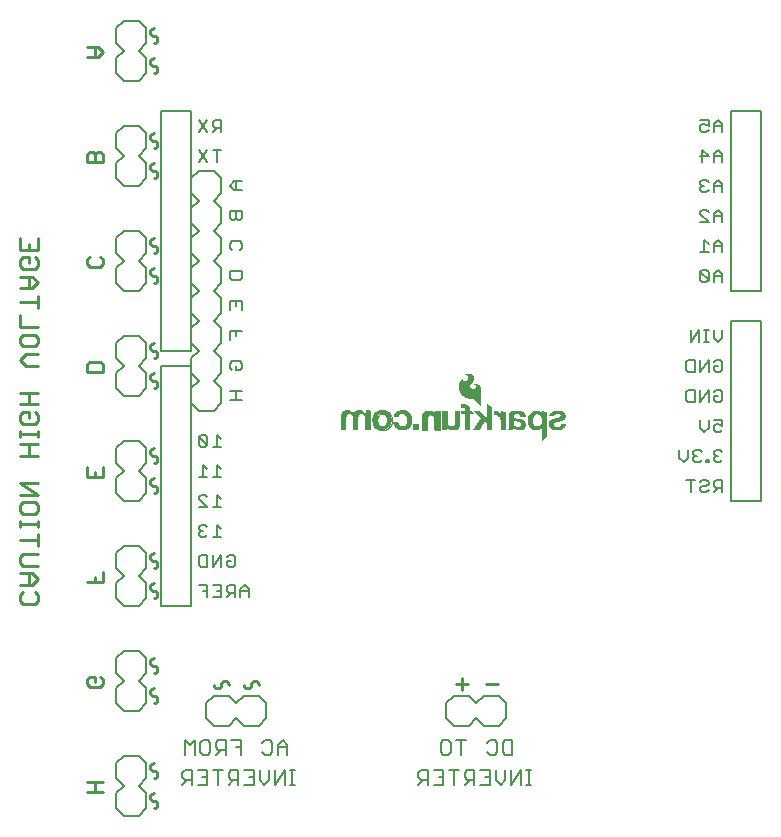
<source format=gbr>
G04 EAGLE Gerber RS-274X export*
G75*
%MOMM*%
%FSLAX34Y34*%
%LPD*%
%INSilkscreen Bottom*%
%IPPOS*%
%AMOC8*
5,1,8,0,0,1.08239X$1,22.5*%
G01*
%ADD10C,0.254000*%
%ADD11C,0.203200*%
%ADD12C,0.279400*%
%ADD13C,0.228600*%
%ADD14C,0.025400*%
%ADD15R,0.495300X0.485100*%

G36*
X410534Y371647D02*
X410534Y371647D01*
X410576Y371662D01*
X410578Y371667D01*
X410582Y371669D01*
X410611Y371742D01*
X410615Y371753D01*
X410615Y371754D01*
X410615Y386918D01*
X410613Y386923D01*
X410615Y386929D01*
X410545Y387760D01*
X410539Y387771D01*
X410540Y387786D01*
X410300Y388585D01*
X410292Y388595D01*
X410290Y388609D01*
X409889Y389341D01*
X409879Y389349D01*
X409874Y389362D01*
X409404Y389912D01*
X409393Y389917D01*
X409386Y389929D01*
X408816Y390374D01*
X408804Y390377D01*
X408794Y390387D01*
X408146Y390708D01*
X408134Y390709D01*
X408122Y390717D01*
X407423Y390901D01*
X407412Y390900D01*
X407401Y390905D01*
X406461Y390978D01*
X406452Y390975D01*
X406441Y390978D01*
X405501Y390905D01*
X405497Y390903D01*
X405491Y390904D01*
X405008Y390828D01*
X404969Y390803D01*
X404929Y390782D01*
X404928Y390778D01*
X404925Y390776D01*
X404915Y390731D01*
X404903Y390687D01*
X404905Y390683D01*
X404904Y390679D01*
X404929Y390641D01*
X404953Y390602D01*
X404957Y390601D01*
X404959Y390598D01*
X405000Y390589D01*
X405040Y390577D01*
X405198Y390593D01*
X405336Y390565D01*
X405469Y390494D01*
X406293Y389895D01*
X406411Y389781D01*
X406483Y389643D01*
X406576Y389228D01*
X406576Y388800D01*
X406483Y388384D01*
X406277Y387980D01*
X405964Y387652D01*
X405358Y387287D01*
X404680Y387080D01*
X403969Y387045D01*
X403359Y387142D01*
X402773Y387340D01*
X402230Y387633D01*
X401805Y387998D01*
X401490Y388458D01*
X401304Y388983D01*
X401261Y389539D01*
X401363Y390087D01*
X401603Y390590D01*
X401973Y391025D01*
X402171Y391235D01*
X402766Y391866D01*
X403361Y392497D01*
X403426Y392566D01*
X403429Y392576D01*
X403438Y392582D01*
X404625Y394340D01*
X404627Y394353D01*
X404637Y394363D01*
X404917Y395051D01*
X404916Y395066D01*
X404925Y395081D01*
X405024Y395816D01*
X405020Y395831D01*
X405025Y395848D01*
X404938Y396585D01*
X404930Y396598D01*
X404930Y396616D01*
X404663Y397308D01*
X404652Y397319D01*
X404648Y397336D01*
X404217Y397939D01*
X404207Y397946D01*
X404201Y397958D01*
X403505Y398616D01*
X403497Y398619D01*
X403492Y398627D01*
X402715Y399187D01*
X402705Y399190D01*
X402697Y399198D01*
X401917Y399586D01*
X401905Y399587D01*
X401894Y399595D01*
X401054Y399826D01*
X401042Y399825D01*
X401030Y399831D01*
X400162Y399897D01*
X400152Y399893D01*
X400140Y399897D01*
X399240Y399811D01*
X399231Y399807D01*
X399221Y399808D01*
X398343Y399588D01*
X398335Y399582D01*
X398323Y399581D01*
X398095Y399480D01*
X397739Y399328D01*
X397738Y399328D01*
X397234Y399107D01*
X397224Y399096D01*
X397207Y399091D01*
X396772Y398753D01*
X396769Y398746D01*
X396761Y398742D01*
X396736Y398717D01*
X396733Y398716D01*
X396698Y398624D01*
X396739Y398535D01*
X396824Y398502D01*
X397427Y398502D01*
X397938Y398445D01*
X398428Y398306D01*
X398909Y398051D01*
X399304Y397681D01*
X399590Y397221D01*
X399747Y396702D01*
X399759Y396399D01*
X399700Y396099D01*
X399494Y395605D01*
X399211Y395147D01*
X398860Y394737D01*
X398448Y394383D01*
X397546Y393732D01*
X397058Y393483D01*
X396529Y393385D01*
X395990Y393443D01*
X395816Y393508D01*
X395455Y393757D01*
X395181Y394096D01*
X395137Y394199D01*
X395121Y394319D01*
X395121Y395199D01*
X395104Y395240D01*
X395090Y395282D01*
X395085Y395285D01*
X395083Y395290D01*
X395042Y395306D01*
X395002Y395325D01*
X394996Y395323D01*
X394991Y395325D01*
X394964Y395313D01*
X394915Y395297D01*
X393789Y394376D01*
X393783Y394364D01*
X393771Y394357D01*
X392864Y393220D01*
X392861Y393209D01*
X392852Y393201D01*
X392350Y392267D01*
X392349Y392257D01*
X392343Y392249D01*
X391985Y391252D01*
X391985Y391242D01*
X391980Y391233D01*
X391773Y390194D01*
X391775Y390184D01*
X391774Y390182D01*
X391775Y390182D01*
X391771Y390173D01*
X391711Y388245D01*
X391715Y388234D01*
X391712Y388222D01*
X392000Y386315D01*
X392006Y386305D01*
X392006Y386293D01*
X392634Y384469D01*
X392641Y384460D01*
X392643Y384448D01*
X393590Y382767D01*
X393598Y382761D01*
X393601Y382750D01*
X394486Y381643D01*
X394493Y381640D01*
X394495Y381634D01*
X394496Y381634D01*
X394498Y381630D01*
X395529Y380658D01*
X395537Y380655D01*
X395543Y380647D01*
X396700Y379830D01*
X396710Y379828D01*
X396718Y379820D01*
X397948Y379220D01*
X397959Y379219D01*
X397969Y379211D01*
X399288Y378843D01*
X399299Y378845D01*
X399310Y378839D01*
X400674Y378715D01*
X400679Y378717D01*
X400685Y378715D01*
X402960Y378715D01*
X403328Y378650D01*
X403679Y378523D01*
X404669Y377934D01*
X405523Y377152D01*
X410395Y371670D01*
X410399Y371668D01*
X410401Y371663D01*
X410443Y371647D01*
X410484Y371628D01*
X410488Y371630D01*
X410493Y371628D01*
X410534Y371647D01*
G37*
G36*
X461901Y342953D02*
X461901Y342953D01*
X461903Y342952D01*
X461924Y342961D01*
X461984Y342984D01*
X466124Y346718D01*
X466126Y346724D01*
X466132Y346727D01*
X466156Y346787D01*
X466165Y346808D01*
X466164Y346810D01*
X466165Y346812D01*
X466165Y367386D01*
X466150Y367423D01*
X466140Y367462D01*
X466131Y367468D01*
X466127Y367477D01*
X466099Y367488D01*
X466063Y367510D01*
X462177Y368246D01*
X462162Y368243D01*
X462147Y368248D01*
X462115Y368233D01*
X462080Y368225D01*
X462072Y368212D01*
X462059Y368206D01*
X462044Y368167D01*
X462028Y368142D01*
X462031Y368131D01*
X462027Y368120D01*
X462051Y366203D01*
X461917Y366352D01*
X461916Y366353D01*
X461916Y366354D01*
X461027Y367319D01*
X461021Y367321D01*
X461017Y367328D01*
X460674Y367629D01*
X460663Y367633D01*
X460655Y367643D01*
X460261Y367876D01*
X460252Y367877D01*
X460244Y367884D01*
X458923Y368417D01*
X458912Y368417D01*
X458902Y368424D01*
X458420Y368526D01*
X458408Y368523D01*
X458396Y368528D01*
X456415Y368553D01*
X456404Y368549D01*
X456392Y368551D01*
X455307Y368368D01*
X455297Y368361D01*
X455283Y368361D01*
X454258Y367961D01*
X454251Y367953D01*
X454239Y367951D01*
X453337Y367410D01*
X453332Y367404D01*
X453323Y367401D01*
X452499Y366748D01*
X452493Y366738D01*
X452483Y366733D01*
X451691Y365843D01*
X451687Y365830D01*
X451675Y365821D01*
X451096Y364780D01*
X451094Y364768D01*
X451086Y364757D01*
X450412Y362644D01*
X450413Y362633D01*
X450407Y362622D01*
X450124Y360422D01*
X450127Y360411D01*
X450123Y360399D01*
X450241Y358184D01*
X450246Y358174D01*
X450244Y358162D01*
X450567Y356786D01*
X450574Y356777D01*
X450574Y356765D01*
X451130Y355465D01*
X451138Y355457D01*
X451140Y355446D01*
X451912Y354261D01*
X451921Y354255D01*
X451926Y354244D01*
X452583Y353537D01*
X452593Y353533D01*
X452599Y353523D01*
X453367Y352938D01*
X453378Y352936D01*
X453385Y352927D01*
X454241Y352481D01*
X454252Y352480D01*
X454261Y352472D01*
X455180Y352178D01*
X455190Y352179D01*
X455200Y352173D01*
X456412Y351984D01*
X456421Y351986D01*
X456430Y351983D01*
X457657Y351966D01*
X457665Y351969D01*
X457675Y351967D01*
X458892Y352122D01*
X458902Y352127D01*
X458914Y352127D01*
X459758Y352391D01*
X459768Y352399D01*
X459783Y352402D01*
X460552Y352839D01*
X460560Y352849D01*
X460574Y352854D01*
X461234Y353444D01*
X461240Y353456D01*
X461252Y353464D01*
X461772Y354180D01*
X461773Y354182D01*
X461773Y343078D01*
X461791Y343034D01*
X461808Y342991D01*
X461810Y342990D01*
X461811Y342987D01*
X461855Y342970D01*
X461899Y342952D01*
X461901Y342953D01*
G37*
G36*
X296471Y352300D02*
X296471Y352300D01*
X296473Y352299D01*
X296516Y352319D01*
X296560Y352337D01*
X296560Y352339D01*
X296562Y352340D01*
X296595Y352425D01*
X296595Y362704D01*
X296702Y363584D01*
X297014Y364406D01*
X297275Y364790D01*
X297618Y365103D01*
X298024Y365329D01*
X298472Y365457D01*
X299376Y365525D01*
X300279Y365433D01*
X300689Y365307D01*
X301061Y365097D01*
X301076Y365083D01*
X301217Y364957D01*
X301357Y364830D01*
X301379Y364811D01*
X301764Y364283D01*
X302037Y363688D01*
X302186Y363049D01*
X302261Y361946D01*
X302261Y352425D01*
X302262Y352423D01*
X302261Y352421D01*
X302281Y352378D01*
X302299Y352334D01*
X302301Y352334D01*
X302302Y352332D01*
X302387Y352299D01*
X306705Y352299D01*
X306707Y352300D01*
X306709Y352299D01*
X306752Y352319D01*
X306796Y352337D01*
X306796Y352339D01*
X306798Y352340D01*
X306831Y352425D01*
X306831Y362984D01*
X306911Y363647D01*
X307142Y364266D01*
X307512Y364813D01*
X307859Y365131D01*
X308268Y365364D01*
X308718Y365500D01*
X309195Y365532D01*
X310043Y365482D01*
X310483Y365400D01*
X310887Y365222D01*
X311242Y364956D01*
X312061Y364012D01*
X312345Y363474D01*
X312476Y362883D01*
X312446Y362261D01*
X312447Y362258D01*
X312446Y362255D01*
X312446Y352450D01*
X312447Y352448D01*
X312446Y352446D01*
X312466Y352403D01*
X312484Y352359D01*
X312486Y352359D01*
X312487Y352357D01*
X312572Y352324D01*
X316890Y352324D01*
X316892Y352325D01*
X316894Y352324D01*
X316937Y352344D01*
X316981Y352362D01*
X316981Y352364D01*
X316983Y352365D01*
X317016Y352450D01*
X317016Y368503D01*
X317015Y368505D01*
X317016Y368507D01*
X316996Y368550D01*
X316978Y368594D01*
X316976Y368594D01*
X316975Y368596D01*
X316890Y368629D01*
X312903Y368629D01*
X312901Y368628D01*
X312899Y368629D01*
X312856Y368609D01*
X312812Y368591D01*
X312812Y368589D01*
X312810Y368588D01*
X312777Y368503D01*
X312777Y366450D01*
X312746Y366457D01*
X312444Y366853D01*
X312438Y366856D01*
X312435Y366864D01*
X311673Y367651D01*
X311665Y367654D01*
X311661Y367661D01*
X310899Y368273D01*
X310885Y368277D01*
X310873Y368290D01*
X309983Y368694D01*
X309971Y368694D01*
X309960Y368702D01*
X308868Y368956D01*
X308859Y368955D01*
X308851Y368959D01*
X307479Y369086D01*
X307469Y369083D01*
X307458Y369086D01*
X306501Y369017D01*
X306490Y369011D01*
X306476Y369012D01*
X305553Y368752D01*
X305543Y368744D01*
X305530Y368742D01*
X304740Y368339D01*
X304732Y368330D01*
X304719Y368326D01*
X304021Y367780D01*
X304015Y367769D01*
X304003Y367763D01*
X303421Y367094D01*
X303418Y367082D01*
X303407Y367074D01*
X303027Y366416D01*
X302985Y366458D01*
X302530Y366939D01*
X302527Y366940D01*
X302526Y366943D01*
X301738Y367702D01*
X301729Y367705D01*
X301724Y367714D01*
X300835Y368352D01*
X300824Y368354D01*
X300816Y368362D01*
X300011Y368756D01*
X299999Y368756D01*
X299988Y368764D01*
X299123Y368996D01*
X299111Y368994D01*
X299099Y369000D01*
X298205Y369061D01*
X298196Y369058D01*
X298185Y369061D01*
X296906Y368954D01*
X296899Y368950D01*
X296892Y368952D01*
X295632Y368703D01*
X295623Y368697D01*
X295611Y368697D01*
X294745Y368371D01*
X294735Y368361D01*
X294720Y368358D01*
X293946Y367851D01*
X293939Y367839D01*
X293925Y367833D01*
X293279Y367169D01*
X293276Y367159D01*
X293272Y367158D01*
X293271Y367154D01*
X293263Y367148D01*
X292675Y366209D01*
X292673Y366196D01*
X292663Y366186D01*
X292277Y365147D01*
X292278Y365134D01*
X292271Y365122D01*
X292102Y364026D01*
X292105Y364017D01*
X292101Y364007D01*
X292101Y352425D01*
X292102Y352423D01*
X292101Y352421D01*
X292121Y352378D01*
X292139Y352334D01*
X292141Y352334D01*
X292142Y352332D01*
X292227Y352299D01*
X296469Y352299D01*
X296471Y352300D01*
G37*
G36*
X444351Y351969D02*
X444351Y351969D01*
X444362Y351974D01*
X444376Y351972D01*
X445748Y352280D01*
X445759Y352288D01*
X445774Y352289D01*
X447043Y352895D01*
X447052Y352905D01*
X447066Y352909D01*
X447514Y353251D01*
X447520Y353261D01*
X447532Y353267D01*
X447909Y353687D01*
X447913Y353698D01*
X447923Y353706D01*
X448215Y354189D01*
X448217Y354200D01*
X448225Y354210D01*
X448598Y355203D01*
X448598Y355214D01*
X448604Y355225D01*
X448793Y356269D01*
X448790Y356280D01*
X448795Y356292D01*
X448792Y357353D01*
X448789Y357360D01*
X448791Y357363D01*
X448788Y357370D01*
X448789Y357380D01*
X448583Y358321D01*
X448574Y358333D01*
X448573Y358350D01*
X448144Y359212D01*
X448134Y359221D01*
X448129Y359236D01*
X447631Y359845D01*
X447626Y359848D01*
X447624Y359852D01*
X447618Y359854D01*
X447613Y359863D01*
X447003Y360361D01*
X446991Y360364D01*
X446982Y360375D01*
X446286Y360741D01*
X446275Y360742D01*
X446266Y360749D01*
X444781Y361233D01*
X444773Y361232D01*
X444764Y361237D01*
X443227Y361515D01*
X443223Y361514D01*
X443218Y361517D01*
X441012Y361745D01*
X439706Y361971D01*
X439237Y362136D01*
X438809Y362382D01*
X438525Y362643D01*
X438465Y362730D01*
X438423Y362827D01*
X438312Y363348D01*
X438312Y363879D01*
X438423Y364400D01*
X438562Y364714D01*
X438761Y364993D01*
X439014Y365227D01*
X439328Y365420D01*
X439674Y365548D01*
X440043Y365609D01*
X441398Y365659D01*
X441985Y365605D01*
X442546Y365440D01*
X443010Y365185D01*
X443400Y364829D01*
X443695Y364391D01*
X443879Y363896D01*
X443942Y363365D01*
X443942Y363322D01*
X443943Y363320D01*
X443942Y363318D01*
X443962Y363275D01*
X443980Y363231D01*
X443982Y363231D01*
X443983Y363229D01*
X444068Y363196D01*
X448209Y363196D01*
X448210Y363194D01*
X448252Y363184D01*
X448294Y363170D01*
X448300Y363173D01*
X448306Y363172D01*
X448331Y363188D01*
X448376Y363209D01*
X448401Y363234D01*
X448401Y363235D01*
X448417Y363277D01*
X448436Y363326D01*
X448436Y363327D01*
X448416Y363369D01*
X448397Y363412D01*
X448275Y364303D01*
X448269Y364314D01*
X448269Y364329D01*
X447935Y365270D01*
X447926Y365280D01*
X447923Y365294D01*
X447404Y366147D01*
X447393Y366155D01*
X447388Y366168D01*
X446705Y366898D01*
X446693Y366903D01*
X446685Y366915D01*
X445868Y367489D01*
X445856Y367492D01*
X445847Y367501D01*
X444689Y368030D01*
X444679Y368030D01*
X444670Y368037D01*
X443441Y368371D01*
X443432Y368370D01*
X443423Y368374D01*
X441683Y368588D01*
X441675Y368585D01*
X441667Y368588D01*
X439913Y368580D01*
X439906Y368577D01*
X439897Y368579D01*
X438158Y368349D01*
X438150Y368344D01*
X438139Y368345D01*
X436725Y367920D01*
X436716Y367912D01*
X436702Y367911D01*
X435399Y367217D01*
X435390Y367207D01*
X435376Y367202D01*
X434814Y366719D01*
X434807Y366705D01*
X434793Y366696D01*
X434366Y366091D01*
X434363Y366076D01*
X434351Y366064D01*
X434084Y365373D01*
X434085Y365358D01*
X434077Y365343D01*
X433986Y364608D01*
X433988Y364600D01*
X433985Y364592D01*
X433985Y359766D01*
X433986Y359764D01*
X433985Y359762D01*
X433992Y359747D01*
X433960Y359663D01*
X433985Y355325D01*
X433883Y353988D01*
X433534Y352693D01*
X433460Y352494D01*
X433461Y352469D01*
X433452Y352446D01*
X433463Y352422D01*
X433464Y352396D01*
X433483Y352379D01*
X433493Y352357D01*
X433520Y352346D01*
X433538Y352330D01*
X433557Y352332D01*
X433578Y352324D01*
X437612Y352324D01*
X437648Y352321D01*
X437676Y352330D01*
X437716Y352334D01*
X437753Y352353D01*
X437772Y352375D01*
X437804Y352399D01*
X437826Y352435D01*
X437828Y352452D01*
X437840Y352468D01*
X437916Y352748D01*
X437915Y352751D01*
X437917Y352754D01*
X438144Y353783D01*
X438154Y353806D01*
X438160Y353812D01*
X438168Y353814D01*
X438177Y353813D01*
X438201Y353797D01*
X439028Y353094D01*
X439039Y353090D01*
X439048Y353080D01*
X439999Y352540D01*
X440010Y352539D01*
X440020Y352531D01*
X441055Y352178D01*
X441067Y352179D01*
X441077Y352173D01*
X442695Y351932D01*
X442705Y351935D01*
X442716Y351931D01*
X444351Y351969D01*
G37*
G36*
X419484Y352198D02*
X419484Y352198D01*
X419487Y352197D01*
X419570Y352234D01*
X419621Y352285D01*
X419623Y352288D01*
X419625Y352289D01*
X419658Y352374D01*
X419658Y371704D01*
X419650Y371723D01*
X419652Y371743D01*
X419631Y371770D01*
X419620Y371795D01*
X419606Y371800D01*
X419595Y371814D01*
X415455Y374176D01*
X415420Y374180D01*
X415388Y374192D01*
X415373Y374185D01*
X415357Y374187D01*
X415330Y374165D01*
X415299Y374151D01*
X415292Y374135D01*
X415280Y374125D01*
X415278Y374098D01*
X415266Y374066D01*
X415266Y362636D01*
X409791Y368110D01*
X409788Y368112D01*
X409787Y368114D01*
X409702Y368147D01*
X405028Y368147D01*
X405026Y368147D01*
X405025Y368147D01*
X404981Y368127D01*
X404937Y368109D01*
X404937Y368107D01*
X404935Y368106D01*
X404919Y368062D01*
X404902Y368017D01*
X404903Y368015D01*
X404902Y368014D01*
X404940Y367931D01*
X410631Y362365D01*
X404034Y352470D01*
X404027Y352432D01*
X404013Y352395D01*
X404018Y352385D01*
X404016Y352373D01*
X404038Y352342D01*
X404055Y352306D01*
X404066Y352302D01*
X404072Y352293D01*
X404102Y352288D01*
X404140Y352274D01*
X409220Y352299D01*
X409237Y352306D01*
X409255Y352304D01*
X409284Y352326D01*
X409310Y352338D01*
X409315Y352350D01*
X409327Y352360D01*
X413560Y359338D01*
X415215Y357731D01*
X415215Y352323D01*
X415216Y352321D01*
X415215Y352319D01*
X415235Y352276D01*
X415253Y352232D01*
X415255Y352232D01*
X415256Y352230D01*
X415341Y352197D01*
X419481Y352197D01*
X419484Y352198D01*
G37*
G36*
X387916Y351897D02*
X387916Y351897D01*
X387927Y351894D01*
X388960Y352041D01*
X388971Y352047D01*
X388984Y352047D01*
X389970Y352390D01*
X389979Y352398D01*
X389992Y352400D01*
X390894Y352926D01*
X390901Y352936D01*
X390914Y352941D01*
X391168Y353169D01*
X391174Y353180D01*
X391185Y353188D01*
X391846Y354073D01*
X391848Y354084D01*
X391858Y354093D01*
X392346Y355083D01*
X392346Y355095D01*
X392354Y355105D01*
X392654Y356168D01*
X392652Y356179D01*
X392658Y356191D01*
X392759Y357290D01*
X392757Y357296D01*
X392759Y357302D01*
X392759Y368097D01*
X392758Y368099D01*
X392759Y368101D01*
X392739Y368144D01*
X392721Y368188D01*
X392719Y368188D01*
X392718Y368190D01*
X392633Y368223D01*
X388493Y368223D01*
X388491Y368222D01*
X388489Y368223D01*
X388446Y368203D01*
X388402Y368185D01*
X388402Y368183D01*
X388400Y368182D01*
X388367Y368097D01*
X388367Y358100D01*
X388218Y357270D01*
X387875Y356502D01*
X387603Y356140D01*
X387262Y355839D01*
X386867Y355614D01*
X386178Y355391D01*
X385459Y355311D01*
X384738Y355378D01*
X384047Y355590D01*
X383537Y355878D01*
X383106Y356275D01*
X382779Y356760D01*
X382570Y357310D01*
X382345Y358514D01*
X382269Y359744D01*
X382269Y368046D01*
X382268Y368048D01*
X382269Y368050D01*
X382249Y368093D01*
X382231Y368137D01*
X382229Y368137D01*
X382228Y368139D01*
X382143Y368172D01*
X377927Y368172D01*
X377925Y368171D01*
X377923Y368172D01*
X377880Y368152D01*
X377836Y368134D01*
X377836Y368132D01*
X377834Y368131D01*
X377801Y368046D01*
X377801Y352425D01*
X377802Y352423D01*
X377801Y352421D01*
X377821Y352378D01*
X377839Y352334D01*
X377841Y352334D01*
X377842Y352332D01*
X377927Y352299D01*
X381940Y352299D01*
X381942Y352300D01*
X381944Y352299D01*
X381987Y352319D01*
X382031Y352337D01*
X382031Y352339D01*
X382033Y352340D01*
X382066Y352425D01*
X382066Y354482D01*
X382573Y353841D01*
X382581Y353837D01*
X382585Y353828D01*
X383412Y353043D01*
X383421Y353040D01*
X383426Y353032D01*
X384356Y352373D01*
X384365Y352371D01*
X384373Y352363D01*
X384618Y352241D01*
X384629Y352240D01*
X384638Y352233D01*
X384900Y352152D01*
X384909Y352153D01*
X384918Y352148D01*
X386396Y351925D01*
X386404Y351927D01*
X386412Y351923D01*
X387906Y351893D01*
X387916Y351897D01*
G37*
G36*
X375439Y352224D02*
X375439Y352224D01*
X375441Y352223D01*
X375484Y352243D01*
X375528Y352261D01*
X375528Y352263D01*
X375530Y352264D01*
X375563Y352349D01*
X375563Y368071D01*
X375562Y368073D01*
X375563Y368075D01*
X375543Y368118D01*
X375525Y368162D01*
X375523Y368162D01*
X375522Y368164D01*
X375437Y368197D01*
X371399Y368197D01*
X371397Y368196D01*
X371395Y368197D01*
X371352Y368177D01*
X371308Y368159D01*
X371308Y368157D01*
X371306Y368156D01*
X371273Y368071D01*
X371273Y366003D01*
X371231Y366032D01*
X371117Y366168D01*
X370840Y366546D01*
X370836Y366548D01*
X370834Y366553D01*
X370432Y367026D01*
X370425Y367030D01*
X370421Y367038D01*
X370226Y367214D01*
X370086Y367340D01*
X369960Y367454D01*
X369950Y367457D01*
X369942Y367467D01*
X369044Y368034D01*
X369031Y368037D01*
X369020Y368046D01*
X368024Y368415D01*
X368011Y368415D01*
X367998Y368422D01*
X366946Y368577D01*
X366936Y368574D01*
X366925Y368578D01*
X364919Y368528D01*
X364909Y368524D01*
X364896Y368526D01*
X363919Y368320D01*
X363907Y368312D01*
X363891Y368311D01*
X362986Y367889D01*
X362977Y367878D01*
X362962Y367874D01*
X362177Y367256D01*
X362171Y367245D01*
X362159Y367239D01*
X361670Y366664D01*
X361667Y366653D01*
X361657Y366646D01*
X361273Y365997D01*
X361271Y365986D01*
X361263Y365977D01*
X360994Y365272D01*
X360994Y365263D01*
X360989Y365254D01*
X360749Y364147D01*
X360751Y364138D01*
X360747Y364130D01*
X360656Y363001D01*
X360658Y362996D01*
X360656Y362991D01*
X360656Y352450D01*
X360657Y352448D01*
X360656Y352446D01*
X360676Y352403D01*
X360694Y352359D01*
X360696Y352359D01*
X360697Y352357D01*
X360782Y352324D01*
X364871Y352324D01*
X364873Y352325D01*
X364875Y352324D01*
X364918Y352344D01*
X364962Y352362D01*
X364962Y352364D01*
X364964Y352365D01*
X364997Y352450D01*
X364997Y362096D01*
X365062Y362814D01*
X365253Y363502D01*
X365563Y364144D01*
X365859Y364531D01*
X366233Y364840D01*
X366668Y365057D01*
X366968Y365134D01*
X367284Y365151D01*
X368389Y365101D01*
X368945Y365014D01*
X369461Y364810D01*
X369918Y364496D01*
X370435Y363927D01*
X370798Y363248D01*
X371015Y362498D01*
X371095Y361715D01*
X371095Y352349D01*
X371096Y352347D01*
X371095Y352345D01*
X371115Y352302D01*
X371133Y352258D01*
X371135Y352258D01*
X371136Y352256D01*
X371221Y352223D01*
X375437Y352223D01*
X375439Y352224D01*
G37*
G36*
X327153Y352152D02*
X327153Y352152D01*
X327169Y352148D01*
X330166Y352554D01*
X330187Y352566D01*
X330216Y352572D01*
X333061Y354350D01*
X333075Y354371D01*
X333100Y354389D01*
X334700Y356878D01*
X334704Y356901D01*
X334719Y356926D01*
X335329Y360812D01*
X335323Y360834D01*
X335327Y360860D01*
X334514Y364416D01*
X334499Y364437D01*
X334490Y364466D01*
X332356Y367184D01*
X332334Y367196D01*
X332313Y367219D01*
X328935Y368896D01*
X328915Y368897D01*
X328894Y368908D01*
X327421Y369085D01*
X327414Y369083D01*
X327406Y369086D01*
X327355Y369086D01*
X327335Y369078D01*
X327309Y369077D01*
X327182Y369027D01*
X327161Y369007D01*
X327135Y368995D01*
X327126Y368973D01*
X327111Y368959D01*
X327112Y368935D01*
X327102Y368910D01*
X327102Y365989D01*
X327119Y365949D01*
X327131Y365908D01*
X327138Y365904D01*
X327140Y365898D01*
X327168Y365887D01*
X327211Y365864D01*
X328306Y365714D01*
X329454Y365079D01*
X330242Y363995D01*
X330638Y363106D01*
X330912Y361632D01*
X330963Y359773D01*
X330788Y358525D01*
X330413Y357376D01*
X329875Y356349D01*
X328227Y355341D01*
X326479Y355119D01*
X324728Y355711D01*
X324658Y355775D01*
X324380Y356028D01*
X324102Y356280D01*
X323963Y356406D01*
X323686Y356659D01*
X323685Y356659D01*
X323649Y356692D01*
X323106Y357902D01*
X322731Y359450D01*
X322731Y360875D01*
X322982Y362804D01*
X323726Y364416D01*
X324560Y365225D01*
X325513Y365738D01*
X326700Y365837D01*
X326796Y365837D01*
X326799Y365838D01*
X326802Y365837D01*
X326844Y365857D01*
X326887Y365875D01*
X326888Y365878D01*
X326891Y365880D01*
X326922Y365965D01*
X326896Y367553D01*
X326893Y367679D01*
X326893Y367680D01*
X326891Y367806D01*
X326889Y367932D01*
X326887Y368058D01*
X326885Y368184D01*
X326885Y368185D01*
X326883Y368311D01*
X326881Y368437D01*
X326879Y368563D01*
X326876Y368689D01*
X326876Y368690D01*
X326874Y368816D01*
X326872Y368937D01*
X326868Y368946D01*
X326871Y368955D01*
X326849Y368990D01*
X326832Y369027D01*
X326824Y369030D01*
X326819Y369038D01*
X326767Y369051D01*
X326740Y369061D01*
X326735Y369059D01*
X326730Y369060D01*
X324723Y368806D01*
X324712Y368800D01*
X324698Y368800D01*
X323072Y368241D01*
X323060Y368230D01*
X323041Y368226D01*
X321060Y366855D01*
X321052Y366842D01*
X321036Y366833D01*
X319944Y365563D01*
X319939Y365547D01*
X319925Y365532D01*
X318884Y363195D01*
X318883Y363178D01*
X318874Y363160D01*
X318594Y360975D01*
X318598Y360960D01*
X318594Y360944D01*
X318848Y358836D01*
X318852Y358828D01*
X318851Y358817D01*
X319537Y356353D01*
X319548Y356339D01*
X319552Y356320D01*
X320365Y355025D01*
X320377Y355016D01*
X320385Y355001D01*
X321579Y353858D01*
X321588Y353854D01*
X321593Y353846D01*
X322710Y353059D01*
X322727Y353055D01*
X322742Y353043D01*
X324596Y352408D01*
X324610Y352409D01*
X324624Y352401D01*
X327139Y352147D01*
X327153Y352152D01*
G37*
G36*
X475134Y351945D02*
X475134Y351945D01*
X475141Y351943D01*
X477707Y352121D01*
X477716Y352126D01*
X477726Y352124D01*
X478647Y352336D01*
X478658Y352344D01*
X478672Y352345D01*
X479529Y352742D01*
X479535Y352749D01*
X479544Y352751D01*
X480738Y353513D01*
X480743Y353519D01*
X480751Y353522D01*
X481266Y353953D01*
X481271Y353964D01*
X481283Y353970D01*
X481703Y354494D01*
X481707Y354505D01*
X481717Y354514D01*
X482026Y355110D01*
X482027Y355119D01*
X482034Y355127D01*
X482466Y356397D01*
X482465Y356407D01*
X482470Y356416D01*
X482572Y357000D01*
X482571Y357007D01*
X482574Y357013D01*
X482599Y357369D01*
X482598Y357373D01*
X482599Y357376D01*
X482598Y357378D01*
X482599Y357382D01*
X482587Y357408D01*
X482584Y357438D01*
X482583Y357439D01*
X482583Y357440D01*
X482572Y357449D01*
X482567Y357462D01*
X482561Y357465D01*
X482558Y357471D01*
X482528Y357483D01*
X482508Y357499D01*
X482506Y357499D01*
X482505Y357500D01*
X482490Y357499D01*
X482478Y357504D01*
X482476Y357503D01*
X482473Y357504D01*
X478612Y357504D01*
X478610Y357503D01*
X478608Y357504D01*
X478565Y357484D01*
X478521Y357466D01*
X478521Y357464D01*
X478519Y357463D01*
X478486Y357378D01*
X478486Y357331D01*
X478457Y356834D01*
X478311Y356372D01*
X478055Y355958D01*
X477951Y355853D01*
X477825Y355727D01*
X477613Y355515D01*
X477086Y355178D01*
X476499Y354961D01*
X475937Y354888D01*
X474607Y354888D01*
X474004Y354962D01*
X473437Y355159D01*
X472924Y355471D01*
X472637Y355755D01*
X472428Y356100D01*
X472311Y356485D01*
X472294Y356889D01*
X472379Y357284D01*
X472560Y357646D01*
X472825Y357950D01*
X473161Y358181D01*
X474268Y358651D01*
X475442Y358957D01*
X479073Y359820D01*
X479080Y359825D01*
X479089Y359825D01*
X479897Y360131D01*
X479904Y360137D01*
X479914Y360139D01*
X480665Y360566D01*
X480671Y360573D01*
X480681Y360577D01*
X481358Y361114D01*
X481363Y361124D01*
X481374Y361130D01*
X481711Y361515D01*
X481715Y361528D01*
X481726Y361537D01*
X481975Y361984D01*
X481976Y361997D01*
X481985Y362008D01*
X482137Y362497D01*
X482135Y362509D01*
X482142Y362522D01*
X482247Y363658D01*
X482244Y363671D01*
X482247Y363684D01*
X482118Y364818D01*
X482112Y364829D01*
X482113Y364843D01*
X481755Y365927D01*
X481747Y365936D01*
X481745Y365950D01*
X481446Y366472D01*
X481436Y366479D01*
X481431Y366492D01*
X481037Y366947D01*
X481026Y366952D01*
X481019Y366964D01*
X480543Y367333D01*
X480532Y367336D01*
X480523Y367345D01*
X479242Y367999D01*
X479231Y368000D01*
X479221Y368007D01*
X477843Y368418D01*
X477832Y368417D01*
X477820Y368423D01*
X476391Y368578D01*
X476384Y368576D01*
X476377Y368578D01*
X474574Y368578D01*
X474568Y368576D01*
X474561Y368578D01*
X473168Y368438D01*
X473159Y368433D01*
X473148Y368434D01*
X471797Y368066D01*
X471788Y368059D01*
X471774Y368057D01*
X470677Y367519D01*
X470668Y367509D01*
X470654Y367505D01*
X469695Y366748D01*
X469689Y366738D01*
X469678Y366733D01*
X469330Y366337D01*
X469328Y366332D01*
X469327Y366332D01*
X469326Y366328D01*
X469318Y366322D01*
X469032Y365880D01*
X469030Y365870D01*
X469023Y365863D01*
X468667Y365075D01*
X468667Y365070D01*
X468663Y365066D01*
X468460Y364508D01*
X468462Y364484D01*
X468457Y364472D01*
X468460Y364465D01*
X468455Y364440D01*
X468464Y364426D01*
X468455Y364414D01*
X468457Y364408D01*
X468453Y364401D01*
X468377Y363690D01*
X468379Y363684D01*
X468378Y363680D01*
X468379Y363678D01*
X468377Y363673D01*
X468394Y363636D01*
X468406Y363596D01*
X468414Y363592D01*
X468418Y363584D01*
X468468Y363564D01*
X468494Y363551D01*
X468498Y363553D01*
X468503Y363551D01*
X472389Y363551D01*
X472433Y363569D01*
X472477Y363587D01*
X472478Y363588D01*
X472480Y363589D01*
X472487Y363608D01*
X472515Y363669D01*
X472531Y363929D01*
X472586Y364172D01*
X472736Y364524D01*
X472954Y364837D01*
X473230Y365101D01*
X473652Y365372D01*
X474119Y365561D01*
X474615Y365659D01*
X475463Y365703D01*
X476311Y365659D01*
X476760Y365574D01*
X477184Y365417D01*
X477485Y365222D01*
X477718Y364954D01*
X477873Y364612D01*
X477921Y364240D01*
X477856Y363871D01*
X477672Y363510D01*
X477437Y363267D01*
X477389Y363217D01*
X476714Y362801D01*
X475962Y362529D01*
X473939Y362125D01*
X473938Y362124D01*
X473937Y362124D01*
X472214Y361743D01*
X472207Y361738D01*
X472198Y361738D01*
X470542Y361128D01*
X470536Y361122D01*
X470526Y361121D01*
X469770Y360716D01*
X469764Y360709D01*
X469755Y360706D01*
X469063Y360198D01*
X469058Y360188D01*
X469046Y360183D01*
X468714Y359833D01*
X468709Y359821D01*
X468698Y359812D01*
X468446Y359400D01*
X468444Y359386D01*
X468434Y359374D01*
X468097Y358371D01*
X468098Y358356D01*
X468090Y358342D01*
X467996Y357287D01*
X467999Y357278D01*
X467996Y357267D01*
X468072Y356226D01*
X468076Y356218D01*
X468075Y356208D01*
X468218Y355544D01*
X468224Y355534D01*
X468225Y355521D01*
X468491Y354896D01*
X468499Y354887D01*
X468502Y354875D01*
X468881Y354311D01*
X468891Y354304D01*
X468896Y354293D01*
X469622Y353550D01*
X469632Y353546D01*
X469638Y353535D01*
X470482Y352929D01*
X470492Y352927D01*
X470501Y352918D01*
X471436Y352467D01*
X471447Y352466D01*
X471457Y352459D01*
X472457Y352177D01*
X472465Y352178D01*
X472474Y352173D01*
X473788Y351991D01*
X473795Y351993D01*
X473801Y351990D01*
X475128Y351943D01*
X475134Y351945D01*
G37*
G36*
X345332Y352042D02*
X345332Y352042D01*
X345339Y352045D01*
X345347Y352044D01*
X346910Y352326D01*
X346918Y352331D01*
X346928Y352330D01*
X347998Y352685D01*
X348006Y352691D01*
X348017Y352693D01*
X349014Y353219D01*
X349021Y353227D01*
X349032Y353231D01*
X349928Y353915D01*
X349933Y353924D01*
X349944Y353929D01*
X350714Y354752D01*
X350716Y354758D01*
X350718Y354759D01*
X350720Y354763D01*
X350727Y354768D01*
X351409Y355784D01*
X351411Y355794D01*
X351419Y355802D01*
X351933Y356913D01*
X351934Y356922D01*
X351940Y356931D01*
X352274Y358109D01*
X352273Y358119D01*
X352278Y358128D01*
X352423Y359344D01*
X352421Y359353D01*
X352424Y359363D01*
X352423Y359395D01*
X352423Y359396D01*
X352415Y359648D01*
X352416Y359648D01*
X352415Y359648D01*
X352412Y359774D01*
X352404Y360027D01*
X352400Y360153D01*
X352392Y360405D01*
X352392Y360406D01*
X352389Y360532D01*
X352385Y360658D01*
X352381Y360784D01*
X352373Y361037D01*
X352369Y361163D01*
X352362Y361415D01*
X352362Y361416D01*
X352358Y361542D01*
X352350Y361794D01*
X352348Y361852D01*
X352344Y361861D01*
X352346Y361873D01*
X352048Y363363D01*
X352041Y363373D01*
X352041Y363386D01*
X351464Y364792D01*
X351456Y364800D01*
X351453Y364813D01*
X350619Y366084D01*
X350609Y366090D01*
X350604Y366102D01*
X349543Y367190D01*
X349532Y367195D01*
X349524Y367206D01*
X348275Y368071D01*
X348263Y368074D01*
X348254Y368083D01*
X346863Y368695D01*
X346851Y368695D01*
X346839Y368702D01*
X345333Y369035D01*
X345321Y369032D01*
X345308Y369038D01*
X343766Y369061D01*
X343757Y369058D01*
X343748Y369060D01*
X342313Y368871D01*
X342308Y368868D01*
X342302Y368869D01*
X340891Y368550D01*
X340883Y368545D01*
X340873Y368544D01*
X339716Y368087D01*
X339706Y368077D01*
X339692Y368074D01*
X338661Y367377D01*
X338654Y367366D01*
X338640Y367359D01*
X337785Y366456D01*
X337780Y366444D01*
X337768Y366435D01*
X337128Y365368D01*
X337126Y365356D01*
X337118Y365347D01*
X336693Y364192D01*
X336693Y364182D01*
X336688Y364173D01*
X336451Y362965D01*
X336454Y362951D01*
X336449Y362937D01*
X336464Y362904D01*
X336471Y362869D01*
X336484Y362861D01*
X336490Y362848D01*
X336529Y362832D01*
X336555Y362816D01*
X336565Y362819D01*
X336575Y362815D01*
X340766Y362815D01*
X340768Y362816D01*
X340770Y362815D01*
X340813Y362835D01*
X340857Y362853D01*
X340857Y362855D01*
X340859Y362856D01*
X340892Y362941D01*
X340892Y362959D01*
X340959Y363538D01*
X341152Y364080D01*
X341463Y364565D01*
X341876Y364966D01*
X342369Y365264D01*
X343161Y365525D01*
X343993Y365608D01*
X344833Y365542D01*
X345654Y365361D01*
X346068Y365175D01*
X346415Y364885D01*
X347102Y363974D01*
X347607Y362949D01*
X347912Y361846D01*
X348005Y360705D01*
X347876Y359145D01*
X347530Y357621D01*
X347215Y356904D01*
X346740Y356285D01*
X346132Y355796D01*
X345424Y355466D01*
X344645Y355285D01*
X343845Y355244D01*
X343254Y355317D01*
X342685Y355490D01*
X342155Y355758D01*
X341712Y356103D01*
X341354Y356535D01*
X341033Y357125D01*
X340818Y357762D01*
X340714Y358438D01*
X340692Y358474D01*
X340674Y358512D01*
X340666Y358515D01*
X340662Y358522D01*
X340632Y358528D01*
X340589Y358545D01*
X336525Y358545D01*
X336523Y358544D01*
X336521Y358545D01*
X336478Y358525D01*
X336434Y358507D01*
X336434Y358505D01*
X336432Y358504D01*
X336399Y358419D01*
X336399Y358369D01*
X336400Y358365D01*
X336399Y358361D01*
X336431Y357886D01*
X336435Y357879D01*
X336433Y357869D01*
X336528Y357404D01*
X336534Y357395D01*
X336534Y357383D01*
X337076Y355992D01*
X337085Y355983D01*
X337088Y355969D01*
X337903Y354718D01*
X337914Y354711D01*
X337919Y354698D01*
X338972Y353640D01*
X338984Y353635D01*
X338993Y353623D01*
X340240Y352803D01*
X340251Y352800D01*
X340260Y352792D01*
X341353Y352330D01*
X341363Y352330D01*
X341372Y352324D01*
X342525Y352042D01*
X342535Y352043D01*
X342545Y352039D01*
X343728Y351943D01*
X343736Y351946D01*
X343746Y351943D01*
X345332Y352042D01*
G37*
G36*
X401271Y352224D02*
X401271Y352224D01*
X401273Y352223D01*
X401316Y352243D01*
X401360Y352261D01*
X401360Y352263D01*
X401362Y352264D01*
X401395Y352349D01*
X401395Y365229D01*
X405258Y365253D01*
X405259Y365253D01*
X405304Y365273D01*
X405348Y365292D01*
X405349Y365293D01*
X405366Y365338D01*
X405383Y365384D01*
X405383Y365385D01*
X405346Y365468D01*
X402679Y368135D01*
X402676Y368137D01*
X402675Y368139D01*
X402590Y368172D01*
X401344Y368172D01*
X401344Y368503D01*
X401342Y368508D01*
X401344Y368513D01*
X401167Y370647D01*
X401162Y370657D01*
X401162Y370658D01*
X401162Y370659D01*
X401162Y370660D01*
X401163Y370669D01*
X401015Y371236D01*
X401008Y371245D01*
X401007Y371257D01*
X400759Y371788D01*
X400750Y371796D01*
X400747Y371808D01*
X400407Y372285D01*
X400397Y372291D01*
X400391Y372303D01*
X399648Y373013D01*
X399638Y373017D01*
X399636Y373021D01*
X399633Y373022D01*
X399629Y373028D01*
X398761Y373578D01*
X398749Y373580D01*
X398739Y373589D01*
X397781Y373958D01*
X397768Y373958D01*
X397757Y373965D01*
X396744Y374139D01*
X396734Y374137D01*
X396723Y374141D01*
X395173Y374141D01*
X395170Y374140D01*
X395166Y374141D01*
X393849Y374065D01*
X393827Y374065D01*
X393825Y374064D01*
X393823Y374065D01*
X393780Y374045D01*
X393736Y374027D01*
X393736Y374025D01*
X393734Y374024D01*
X393701Y373939D01*
X393701Y370916D01*
X393702Y370914D01*
X393701Y370912D01*
X393721Y370869D01*
X393739Y370825D01*
X393741Y370825D01*
X393742Y370823D01*
X393827Y370790D01*
X393903Y370790D01*
X393908Y370792D01*
X393915Y370790D01*
X394195Y370816D01*
X395110Y370901D01*
X396010Y370818D01*
X396292Y370721D01*
X396532Y370551D01*
X396714Y370319D01*
X396889Y369896D01*
X396952Y369434D01*
X396952Y368172D01*
X394106Y368172D01*
X394104Y368171D01*
X394102Y368172D01*
X394059Y368152D01*
X394015Y368134D01*
X394015Y368132D01*
X394013Y368131D01*
X393980Y368046D01*
X393980Y365379D01*
X393981Y365377D01*
X393980Y365375D01*
X394000Y365332D01*
X394018Y365288D01*
X394020Y365288D01*
X394021Y365286D01*
X394106Y365253D01*
X396978Y365253D01*
X396978Y352349D01*
X396979Y352347D01*
X396978Y352345D01*
X396998Y352302D01*
X397016Y352258D01*
X397018Y352258D01*
X397019Y352256D01*
X397104Y352223D01*
X401269Y352223D01*
X401271Y352224D01*
G37*
G36*
X431396Y352325D02*
X431396Y352325D01*
X431398Y352324D01*
X431441Y352344D01*
X431485Y352362D01*
X431486Y352364D01*
X431488Y352365D01*
X431520Y352450D01*
X431494Y367335D01*
X431478Y367373D01*
X431468Y367412D01*
X431459Y367417D01*
X431456Y367426D01*
X431427Y367437D01*
X431390Y367459D01*
X427529Y368145D01*
X427516Y368142D01*
X427503Y368147D01*
X427469Y368132D01*
X427433Y368123D01*
X427426Y368112D01*
X427414Y368106D01*
X427398Y368065D01*
X427382Y368039D01*
X427384Y368030D01*
X427381Y368021D01*
X427381Y365241D01*
X427334Y365256D01*
X427155Y365524D01*
X426469Y366566D01*
X426464Y366570D01*
X426461Y366577D01*
X426145Y366960D01*
X426132Y366967D01*
X426124Y366980D01*
X425730Y367282D01*
X425725Y367283D01*
X425722Y367287D01*
X424833Y367872D01*
X424830Y367873D01*
X424827Y367876D01*
X424216Y368229D01*
X424204Y368231D01*
X424193Y368240D01*
X423523Y368463D01*
X423511Y368462D01*
X423499Y368468D01*
X422798Y368552D01*
X422788Y368549D01*
X422776Y368553D01*
X421404Y368477D01*
X421361Y368456D01*
X421318Y368436D01*
X421317Y368434D01*
X421316Y368434D01*
X421310Y368416D01*
X421285Y368351D01*
X421285Y364490D01*
X421286Y364488D01*
X421285Y364486D01*
X421305Y364443D01*
X421323Y364399D01*
X421325Y364399D01*
X421326Y364397D01*
X421411Y364364D01*
X421437Y364364D01*
X421446Y364368D01*
X421458Y364365D01*
X421610Y364390D01*
X421612Y364392D01*
X421615Y364391D01*
X422212Y364516D01*
X423737Y364516D01*
X424279Y364424D01*
X424797Y364243D01*
X425276Y363979D01*
X425943Y363419D01*
X426468Y362727D01*
X426829Y361934D01*
X427029Y361115D01*
X427102Y360269D01*
X427102Y352450D01*
X427103Y352448D01*
X427102Y352446D01*
X427122Y352403D01*
X427140Y352359D01*
X427142Y352359D01*
X427143Y352357D01*
X427228Y352324D01*
X431394Y352324D01*
X431396Y352325D01*
G37*
%LPC*%
G36*
X456934Y355391D02*
X456934Y355391D01*
X456195Y355729D01*
X455569Y356245D01*
X455097Y356903D01*
X454808Y357664D01*
X454504Y359611D01*
X454507Y361582D01*
X454698Y362552D01*
X455101Y363451D01*
X455698Y364237D01*
X456457Y364867D01*
X456957Y365127D01*
X457499Y365283D01*
X458066Y365329D01*
X459141Y365278D01*
X459513Y365204D01*
X459851Y365042D01*
X460564Y364486D01*
X461161Y363806D01*
X461574Y363099D01*
X461841Y362325D01*
X461951Y361510D01*
X461925Y358964D01*
X461801Y358195D01*
X461576Y357520D01*
X461577Y357508D01*
X461571Y357496D01*
X461566Y357459D01*
X461574Y357432D01*
X461574Y357421D01*
X461546Y357408D01*
X461502Y357388D01*
X461502Y357387D01*
X461501Y357387D01*
X461468Y357302D01*
X461468Y357264D01*
X461456Y357205D01*
X461414Y357145D01*
X461414Y357144D01*
X461413Y357143D01*
X461362Y357067D01*
X461361Y357061D01*
X461356Y357056D01*
X461056Y356492D01*
X460644Y356023D01*
X460135Y355660D01*
X459458Y355370D01*
X458736Y355218D01*
X457825Y355212D01*
X456934Y355391D01*
G37*
%LPD*%
%LPC*%
G36*
X440239Y355012D02*
X440239Y355012D01*
X439917Y355134D01*
X439626Y355319D01*
X438882Y356038D01*
X438732Y356257D01*
X438625Y356506D01*
X438578Y356671D01*
X438371Y357741D01*
X438301Y358830D01*
X438301Y359664D01*
X438300Y359666D01*
X438301Y359668D01*
X438281Y359711D01*
X438281Y359713D01*
X438301Y359766D01*
X438301Y360058D01*
X438443Y359931D01*
X438458Y359926D01*
X438469Y359913D01*
X438676Y359806D01*
X438688Y359805D01*
X438698Y359797D01*
X439662Y359509D01*
X439670Y359510D01*
X439677Y359506D01*
X440669Y359337D01*
X440673Y359338D01*
X440677Y359335D01*
X442120Y359183D01*
X442670Y359078D01*
X443188Y358881D01*
X443662Y358597D01*
X443930Y358353D01*
X444134Y358055D01*
X444354Y357513D01*
X444461Y356938D01*
X444450Y356353D01*
X444379Y356045D01*
X444244Y355760D01*
X444053Y355510D01*
X443691Y355213D01*
X443270Y355010D01*
X442809Y354913D01*
X441281Y354863D01*
X440239Y355012D01*
G37*
%LPD*%
D10*
X209550Y136525D02*
X209552Y136414D01*
X209558Y136304D01*
X209567Y136193D01*
X209581Y136083D01*
X209598Y135974D01*
X209619Y135865D01*
X209644Y135757D01*
X209673Y135650D01*
X209705Y135544D01*
X209741Y135439D01*
X209781Y135336D01*
X209824Y135234D01*
X209871Y135133D01*
X209922Y135034D01*
X209975Y134938D01*
X210032Y134843D01*
X210093Y134750D01*
X210156Y134659D01*
X210223Y134570D01*
X210293Y134484D01*
X210366Y134401D01*
X210441Y134319D01*
X210519Y134241D01*
X210601Y134166D01*
X210684Y134093D01*
X210770Y134023D01*
X210859Y133956D01*
X210950Y133893D01*
X211043Y133832D01*
X211138Y133775D01*
X211234Y133722D01*
X211333Y133671D01*
X211434Y133624D01*
X211536Y133581D01*
X211639Y133541D01*
X211744Y133505D01*
X211850Y133473D01*
X211957Y133444D01*
X212065Y133419D01*
X212174Y133398D01*
X212283Y133381D01*
X212393Y133367D01*
X212504Y133358D01*
X212614Y133352D01*
X212725Y133350D01*
X212836Y133352D01*
X212946Y133358D01*
X213057Y133367D01*
X213167Y133381D01*
X213276Y133398D01*
X213385Y133419D01*
X213493Y133444D01*
X213600Y133473D01*
X213706Y133505D01*
X213811Y133541D01*
X213914Y133581D01*
X214016Y133624D01*
X214117Y133671D01*
X214216Y133722D01*
X214312Y133775D01*
X214407Y133832D01*
X214500Y133893D01*
X214591Y133956D01*
X214680Y134023D01*
X214766Y134093D01*
X214849Y134166D01*
X214931Y134241D01*
X215009Y134319D01*
X215084Y134401D01*
X215157Y134484D01*
X215227Y134570D01*
X215294Y134659D01*
X215357Y134750D01*
X215418Y134843D01*
X215475Y134937D01*
X215528Y135034D01*
X215579Y135133D01*
X215626Y135234D01*
X215669Y135336D01*
X215709Y135439D01*
X215745Y135544D01*
X215777Y135650D01*
X215806Y135757D01*
X215831Y135865D01*
X215852Y135974D01*
X215869Y136083D01*
X215883Y136193D01*
X215892Y136304D01*
X215898Y136414D01*
X215900Y136525D01*
X215902Y136636D01*
X215908Y136746D01*
X215917Y136857D01*
X215931Y136967D01*
X215948Y137076D01*
X215969Y137185D01*
X215994Y137293D01*
X216023Y137400D01*
X216055Y137506D01*
X216091Y137611D01*
X216131Y137714D01*
X216174Y137816D01*
X216221Y137917D01*
X216272Y138016D01*
X216325Y138113D01*
X216382Y138207D01*
X216443Y138300D01*
X216506Y138391D01*
X216573Y138480D01*
X216643Y138566D01*
X216716Y138649D01*
X216791Y138731D01*
X216869Y138809D01*
X216951Y138884D01*
X217034Y138957D01*
X217120Y139027D01*
X217209Y139094D01*
X217300Y139157D01*
X217393Y139218D01*
X217488Y139275D01*
X217584Y139328D01*
X217683Y139379D01*
X217784Y139426D01*
X217886Y139469D01*
X217989Y139509D01*
X218094Y139545D01*
X218200Y139577D01*
X218307Y139606D01*
X218415Y139631D01*
X218524Y139652D01*
X218633Y139669D01*
X218743Y139683D01*
X218854Y139692D01*
X218964Y139698D01*
X219075Y139700D01*
X219186Y139698D01*
X219296Y139692D01*
X219407Y139683D01*
X219517Y139669D01*
X219626Y139652D01*
X219735Y139631D01*
X219843Y139606D01*
X219950Y139577D01*
X220056Y139545D01*
X220161Y139509D01*
X220264Y139469D01*
X220366Y139426D01*
X220467Y139379D01*
X220566Y139328D01*
X220663Y139275D01*
X220757Y139218D01*
X220850Y139157D01*
X220941Y139094D01*
X221030Y139027D01*
X221116Y138957D01*
X221199Y138884D01*
X221281Y138809D01*
X221359Y138731D01*
X221434Y138649D01*
X221507Y138566D01*
X221577Y138480D01*
X221644Y138391D01*
X221707Y138300D01*
X221768Y138207D01*
X221825Y138113D01*
X221878Y138016D01*
X221929Y137917D01*
X221976Y137816D01*
X222019Y137714D01*
X222059Y137611D01*
X222095Y137506D01*
X222127Y137400D01*
X222156Y137293D01*
X222181Y137185D01*
X222202Y137076D01*
X222219Y136967D01*
X222233Y136857D01*
X222242Y136746D01*
X222248Y136636D01*
X222250Y136525D01*
X190500Y136525D02*
X190498Y136414D01*
X190492Y136304D01*
X190483Y136193D01*
X190469Y136083D01*
X190452Y135974D01*
X190431Y135865D01*
X190406Y135757D01*
X190377Y135650D01*
X190345Y135544D01*
X190309Y135439D01*
X190269Y135336D01*
X190226Y135234D01*
X190179Y135133D01*
X190128Y135034D01*
X190075Y134937D01*
X190018Y134843D01*
X189957Y134750D01*
X189894Y134659D01*
X189827Y134570D01*
X189757Y134484D01*
X189684Y134401D01*
X189609Y134319D01*
X189531Y134241D01*
X189449Y134166D01*
X189366Y134093D01*
X189280Y134023D01*
X189191Y133956D01*
X189100Y133893D01*
X189007Y133832D01*
X188912Y133775D01*
X188816Y133722D01*
X188717Y133671D01*
X188616Y133624D01*
X188514Y133581D01*
X188411Y133541D01*
X188306Y133505D01*
X188200Y133473D01*
X188093Y133444D01*
X187985Y133419D01*
X187876Y133398D01*
X187767Y133381D01*
X187657Y133367D01*
X187546Y133358D01*
X187436Y133352D01*
X187325Y133350D01*
X187214Y133352D01*
X187104Y133358D01*
X186993Y133367D01*
X186883Y133381D01*
X186774Y133398D01*
X186665Y133419D01*
X186557Y133444D01*
X186450Y133473D01*
X186344Y133505D01*
X186239Y133541D01*
X186136Y133581D01*
X186034Y133624D01*
X185933Y133671D01*
X185834Y133722D01*
X185738Y133775D01*
X185643Y133832D01*
X185550Y133893D01*
X185459Y133956D01*
X185370Y134023D01*
X185284Y134093D01*
X185201Y134166D01*
X185119Y134241D01*
X185041Y134319D01*
X184966Y134401D01*
X184893Y134484D01*
X184823Y134570D01*
X184756Y134659D01*
X184693Y134750D01*
X184632Y134843D01*
X184575Y134938D01*
X184522Y135034D01*
X184471Y135133D01*
X184424Y135234D01*
X184381Y135336D01*
X184341Y135439D01*
X184305Y135544D01*
X184273Y135650D01*
X184244Y135757D01*
X184219Y135865D01*
X184198Y135974D01*
X184181Y136083D01*
X184167Y136193D01*
X184158Y136304D01*
X184152Y136414D01*
X184150Y136525D01*
X190500Y136525D02*
X190502Y136636D01*
X190508Y136746D01*
X190517Y136857D01*
X190531Y136967D01*
X190548Y137076D01*
X190569Y137185D01*
X190594Y137293D01*
X190623Y137400D01*
X190655Y137506D01*
X190691Y137611D01*
X190731Y137714D01*
X190774Y137816D01*
X190821Y137917D01*
X190872Y138016D01*
X190925Y138113D01*
X190982Y138207D01*
X191043Y138300D01*
X191106Y138391D01*
X191173Y138480D01*
X191243Y138566D01*
X191316Y138649D01*
X191391Y138731D01*
X191469Y138809D01*
X191551Y138884D01*
X191634Y138957D01*
X191720Y139027D01*
X191809Y139094D01*
X191900Y139157D01*
X191993Y139218D01*
X192088Y139275D01*
X192184Y139328D01*
X192283Y139379D01*
X192384Y139426D01*
X192486Y139469D01*
X192589Y139509D01*
X192694Y139545D01*
X192800Y139577D01*
X192907Y139606D01*
X193015Y139631D01*
X193124Y139652D01*
X193233Y139669D01*
X193343Y139683D01*
X193454Y139692D01*
X193564Y139698D01*
X193675Y139700D01*
X193786Y139698D01*
X193896Y139692D01*
X194007Y139683D01*
X194117Y139669D01*
X194226Y139652D01*
X194335Y139631D01*
X194443Y139606D01*
X194550Y139577D01*
X194656Y139545D01*
X194761Y139509D01*
X194864Y139469D01*
X194966Y139426D01*
X195067Y139379D01*
X195166Y139328D01*
X195263Y139275D01*
X195357Y139218D01*
X195450Y139157D01*
X195541Y139094D01*
X195630Y139027D01*
X195716Y138957D01*
X195799Y138884D01*
X195881Y138809D01*
X195959Y138731D01*
X196034Y138649D01*
X196107Y138566D01*
X196177Y138480D01*
X196244Y138391D01*
X196307Y138300D01*
X196368Y138207D01*
X196425Y138113D01*
X196478Y138016D01*
X196529Y137917D01*
X196576Y137816D01*
X196619Y137714D01*
X196659Y137611D01*
X196695Y137506D01*
X196727Y137400D01*
X196756Y137293D01*
X196781Y137185D01*
X196802Y137076D01*
X196819Y136967D01*
X196833Y136857D01*
X196842Y136746D01*
X196848Y136636D01*
X196850Y136525D01*
X133350Y590550D02*
X133461Y590552D01*
X133571Y590558D01*
X133682Y590567D01*
X133792Y590581D01*
X133901Y590598D01*
X134010Y590619D01*
X134118Y590644D01*
X134225Y590673D01*
X134331Y590705D01*
X134436Y590741D01*
X134539Y590781D01*
X134641Y590824D01*
X134742Y590871D01*
X134841Y590922D01*
X134937Y590975D01*
X135032Y591032D01*
X135125Y591093D01*
X135216Y591156D01*
X135305Y591223D01*
X135391Y591293D01*
X135474Y591366D01*
X135556Y591441D01*
X135634Y591519D01*
X135709Y591601D01*
X135782Y591684D01*
X135852Y591770D01*
X135919Y591859D01*
X135982Y591950D01*
X136043Y592043D01*
X136100Y592138D01*
X136153Y592234D01*
X136204Y592333D01*
X136251Y592434D01*
X136294Y592536D01*
X136334Y592639D01*
X136370Y592744D01*
X136402Y592850D01*
X136431Y592957D01*
X136456Y593065D01*
X136477Y593174D01*
X136494Y593283D01*
X136508Y593393D01*
X136517Y593504D01*
X136523Y593614D01*
X136525Y593725D01*
X136523Y593836D01*
X136517Y593946D01*
X136508Y594057D01*
X136494Y594167D01*
X136477Y594276D01*
X136456Y594385D01*
X136431Y594493D01*
X136402Y594600D01*
X136370Y594706D01*
X136334Y594811D01*
X136294Y594914D01*
X136251Y595016D01*
X136204Y595117D01*
X136153Y595216D01*
X136100Y595312D01*
X136043Y595407D01*
X135982Y595500D01*
X135919Y595591D01*
X135852Y595680D01*
X135782Y595766D01*
X135709Y595849D01*
X135634Y595931D01*
X135556Y596009D01*
X135474Y596084D01*
X135391Y596157D01*
X135305Y596227D01*
X135216Y596294D01*
X135125Y596357D01*
X135032Y596418D01*
X134938Y596475D01*
X134841Y596528D01*
X134742Y596579D01*
X134641Y596626D01*
X134539Y596669D01*
X134436Y596709D01*
X134331Y596745D01*
X134225Y596777D01*
X134118Y596806D01*
X134010Y596831D01*
X133901Y596852D01*
X133792Y596869D01*
X133682Y596883D01*
X133571Y596892D01*
X133461Y596898D01*
X133350Y596900D01*
X133239Y596902D01*
X133129Y596908D01*
X133018Y596917D01*
X132908Y596931D01*
X132799Y596948D01*
X132690Y596969D01*
X132582Y596994D01*
X132475Y597023D01*
X132369Y597055D01*
X132264Y597091D01*
X132161Y597131D01*
X132059Y597174D01*
X131958Y597221D01*
X131859Y597272D01*
X131763Y597325D01*
X131668Y597382D01*
X131575Y597443D01*
X131484Y597506D01*
X131395Y597573D01*
X131309Y597643D01*
X131226Y597716D01*
X131144Y597791D01*
X131066Y597869D01*
X130991Y597951D01*
X130918Y598034D01*
X130848Y598120D01*
X130781Y598209D01*
X130718Y598300D01*
X130657Y598393D01*
X130600Y598488D01*
X130547Y598584D01*
X130496Y598683D01*
X130449Y598784D01*
X130406Y598886D01*
X130366Y598989D01*
X130330Y599094D01*
X130298Y599200D01*
X130269Y599307D01*
X130244Y599415D01*
X130223Y599524D01*
X130206Y599633D01*
X130192Y599743D01*
X130183Y599854D01*
X130177Y599964D01*
X130175Y600075D01*
X130177Y600186D01*
X130183Y600296D01*
X130192Y600407D01*
X130206Y600517D01*
X130223Y600626D01*
X130244Y600735D01*
X130269Y600843D01*
X130298Y600950D01*
X130330Y601056D01*
X130366Y601161D01*
X130406Y601264D01*
X130449Y601366D01*
X130496Y601467D01*
X130547Y601566D01*
X130600Y601663D01*
X130657Y601757D01*
X130718Y601850D01*
X130781Y601941D01*
X130848Y602030D01*
X130918Y602116D01*
X130991Y602199D01*
X131066Y602281D01*
X131144Y602359D01*
X131226Y602434D01*
X131309Y602507D01*
X131395Y602577D01*
X131484Y602644D01*
X131575Y602707D01*
X131668Y602768D01*
X131763Y602825D01*
X131859Y602878D01*
X131958Y602929D01*
X132059Y602976D01*
X132161Y603019D01*
X132264Y603059D01*
X132369Y603095D01*
X132475Y603127D01*
X132582Y603156D01*
X132690Y603181D01*
X132799Y603202D01*
X132908Y603219D01*
X133018Y603233D01*
X133129Y603242D01*
X133239Y603248D01*
X133350Y603250D01*
X133350Y571500D02*
X133461Y571498D01*
X133571Y571492D01*
X133682Y571483D01*
X133792Y571469D01*
X133901Y571452D01*
X134010Y571431D01*
X134118Y571406D01*
X134225Y571377D01*
X134331Y571345D01*
X134436Y571309D01*
X134539Y571269D01*
X134641Y571226D01*
X134742Y571179D01*
X134841Y571128D01*
X134938Y571075D01*
X135032Y571018D01*
X135125Y570957D01*
X135216Y570894D01*
X135305Y570827D01*
X135391Y570757D01*
X135474Y570684D01*
X135556Y570609D01*
X135634Y570531D01*
X135709Y570449D01*
X135782Y570366D01*
X135852Y570280D01*
X135919Y570191D01*
X135982Y570100D01*
X136043Y570007D01*
X136100Y569912D01*
X136153Y569816D01*
X136204Y569717D01*
X136251Y569616D01*
X136294Y569514D01*
X136334Y569411D01*
X136370Y569306D01*
X136402Y569200D01*
X136431Y569093D01*
X136456Y568985D01*
X136477Y568876D01*
X136494Y568767D01*
X136508Y568657D01*
X136517Y568546D01*
X136523Y568436D01*
X136525Y568325D01*
X136523Y568214D01*
X136517Y568104D01*
X136508Y567993D01*
X136494Y567883D01*
X136477Y567774D01*
X136456Y567665D01*
X136431Y567557D01*
X136402Y567450D01*
X136370Y567344D01*
X136334Y567239D01*
X136294Y567136D01*
X136251Y567034D01*
X136204Y566933D01*
X136153Y566834D01*
X136100Y566738D01*
X136043Y566643D01*
X135982Y566550D01*
X135919Y566459D01*
X135852Y566370D01*
X135782Y566284D01*
X135709Y566201D01*
X135634Y566119D01*
X135556Y566041D01*
X135474Y565966D01*
X135391Y565893D01*
X135305Y565823D01*
X135216Y565756D01*
X135125Y565693D01*
X135032Y565632D01*
X134937Y565575D01*
X134841Y565522D01*
X134742Y565471D01*
X134641Y565424D01*
X134539Y565381D01*
X134436Y565341D01*
X134331Y565305D01*
X134225Y565273D01*
X134118Y565244D01*
X134010Y565219D01*
X133901Y565198D01*
X133792Y565181D01*
X133682Y565167D01*
X133571Y565158D01*
X133461Y565152D01*
X133350Y565150D01*
X133350Y571500D02*
X133239Y571502D01*
X133129Y571508D01*
X133018Y571517D01*
X132908Y571531D01*
X132799Y571548D01*
X132690Y571569D01*
X132582Y571594D01*
X132475Y571623D01*
X132369Y571655D01*
X132264Y571691D01*
X132161Y571731D01*
X132059Y571774D01*
X131958Y571821D01*
X131859Y571872D01*
X131763Y571925D01*
X131668Y571982D01*
X131575Y572043D01*
X131484Y572106D01*
X131395Y572173D01*
X131309Y572243D01*
X131226Y572316D01*
X131144Y572391D01*
X131066Y572469D01*
X130991Y572551D01*
X130918Y572634D01*
X130848Y572720D01*
X130781Y572809D01*
X130718Y572900D01*
X130657Y572993D01*
X130600Y573088D01*
X130547Y573184D01*
X130496Y573283D01*
X130449Y573384D01*
X130406Y573486D01*
X130366Y573589D01*
X130330Y573694D01*
X130298Y573800D01*
X130269Y573907D01*
X130244Y574015D01*
X130223Y574124D01*
X130206Y574233D01*
X130192Y574343D01*
X130183Y574454D01*
X130177Y574564D01*
X130175Y574675D01*
X130177Y574786D01*
X130183Y574896D01*
X130192Y575007D01*
X130206Y575117D01*
X130223Y575226D01*
X130244Y575335D01*
X130269Y575443D01*
X130298Y575550D01*
X130330Y575656D01*
X130366Y575761D01*
X130406Y575864D01*
X130449Y575966D01*
X130496Y576067D01*
X130547Y576166D01*
X130600Y576263D01*
X130657Y576357D01*
X130718Y576450D01*
X130781Y576541D01*
X130848Y576630D01*
X130918Y576716D01*
X130991Y576799D01*
X131066Y576881D01*
X131144Y576959D01*
X131226Y577034D01*
X131309Y577107D01*
X131395Y577177D01*
X131484Y577244D01*
X131575Y577307D01*
X131668Y577368D01*
X131763Y577425D01*
X131859Y577478D01*
X131958Y577529D01*
X132059Y577576D01*
X132161Y577619D01*
X132264Y577659D01*
X132369Y577695D01*
X132475Y577727D01*
X132582Y577756D01*
X132690Y577781D01*
X132799Y577802D01*
X132908Y577819D01*
X133018Y577833D01*
X133129Y577842D01*
X133239Y577848D01*
X133350Y577850D01*
X133350Y679450D02*
X133461Y679452D01*
X133571Y679458D01*
X133682Y679467D01*
X133792Y679481D01*
X133901Y679498D01*
X134010Y679519D01*
X134118Y679544D01*
X134225Y679573D01*
X134331Y679605D01*
X134436Y679641D01*
X134539Y679681D01*
X134641Y679724D01*
X134742Y679771D01*
X134841Y679822D01*
X134937Y679875D01*
X135032Y679932D01*
X135125Y679993D01*
X135216Y680056D01*
X135305Y680123D01*
X135391Y680193D01*
X135474Y680266D01*
X135556Y680341D01*
X135634Y680419D01*
X135709Y680501D01*
X135782Y680584D01*
X135852Y680670D01*
X135919Y680759D01*
X135982Y680850D01*
X136043Y680943D01*
X136100Y681038D01*
X136153Y681134D01*
X136204Y681233D01*
X136251Y681334D01*
X136294Y681436D01*
X136334Y681539D01*
X136370Y681644D01*
X136402Y681750D01*
X136431Y681857D01*
X136456Y681965D01*
X136477Y682074D01*
X136494Y682183D01*
X136508Y682293D01*
X136517Y682404D01*
X136523Y682514D01*
X136525Y682625D01*
X136523Y682736D01*
X136517Y682846D01*
X136508Y682957D01*
X136494Y683067D01*
X136477Y683176D01*
X136456Y683285D01*
X136431Y683393D01*
X136402Y683500D01*
X136370Y683606D01*
X136334Y683711D01*
X136294Y683814D01*
X136251Y683916D01*
X136204Y684017D01*
X136153Y684116D01*
X136100Y684212D01*
X136043Y684307D01*
X135982Y684400D01*
X135919Y684491D01*
X135852Y684580D01*
X135782Y684666D01*
X135709Y684749D01*
X135634Y684831D01*
X135556Y684909D01*
X135474Y684984D01*
X135391Y685057D01*
X135305Y685127D01*
X135216Y685194D01*
X135125Y685257D01*
X135032Y685318D01*
X134938Y685375D01*
X134841Y685428D01*
X134742Y685479D01*
X134641Y685526D01*
X134539Y685569D01*
X134436Y685609D01*
X134331Y685645D01*
X134225Y685677D01*
X134118Y685706D01*
X134010Y685731D01*
X133901Y685752D01*
X133792Y685769D01*
X133682Y685783D01*
X133571Y685792D01*
X133461Y685798D01*
X133350Y685800D01*
X133239Y685802D01*
X133129Y685808D01*
X133018Y685817D01*
X132908Y685831D01*
X132799Y685848D01*
X132690Y685869D01*
X132582Y685894D01*
X132475Y685923D01*
X132369Y685955D01*
X132264Y685991D01*
X132161Y686031D01*
X132059Y686074D01*
X131958Y686121D01*
X131859Y686172D01*
X131763Y686225D01*
X131668Y686282D01*
X131575Y686343D01*
X131484Y686406D01*
X131395Y686473D01*
X131309Y686543D01*
X131226Y686616D01*
X131144Y686691D01*
X131066Y686769D01*
X130991Y686851D01*
X130918Y686934D01*
X130848Y687020D01*
X130781Y687109D01*
X130718Y687200D01*
X130657Y687293D01*
X130600Y687388D01*
X130547Y687484D01*
X130496Y687583D01*
X130449Y687684D01*
X130406Y687786D01*
X130366Y687889D01*
X130330Y687994D01*
X130298Y688100D01*
X130269Y688207D01*
X130244Y688315D01*
X130223Y688424D01*
X130206Y688533D01*
X130192Y688643D01*
X130183Y688754D01*
X130177Y688864D01*
X130175Y688975D01*
X130177Y689086D01*
X130183Y689196D01*
X130192Y689307D01*
X130206Y689417D01*
X130223Y689526D01*
X130244Y689635D01*
X130269Y689743D01*
X130298Y689850D01*
X130330Y689956D01*
X130366Y690061D01*
X130406Y690164D01*
X130449Y690266D01*
X130496Y690367D01*
X130547Y690466D01*
X130600Y690563D01*
X130657Y690657D01*
X130718Y690750D01*
X130781Y690841D01*
X130848Y690930D01*
X130918Y691016D01*
X130991Y691099D01*
X131066Y691181D01*
X131144Y691259D01*
X131226Y691334D01*
X131309Y691407D01*
X131395Y691477D01*
X131484Y691544D01*
X131575Y691607D01*
X131668Y691668D01*
X131763Y691725D01*
X131859Y691778D01*
X131958Y691829D01*
X132059Y691876D01*
X132161Y691919D01*
X132264Y691959D01*
X132369Y691995D01*
X132475Y692027D01*
X132582Y692056D01*
X132690Y692081D01*
X132799Y692102D01*
X132908Y692119D01*
X133018Y692133D01*
X133129Y692142D01*
X133239Y692148D01*
X133350Y692150D01*
X133350Y660400D02*
X133461Y660398D01*
X133571Y660392D01*
X133682Y660383D01*
X133792Y660369D01*
X133901Y660352D01*
X134010Y660331D01*
X134118Y660306D01*
X134225Y660277D01*
X134331Y660245D01*
X134436Y660209D01*
X134539Y660169D01*
X134641Y660126D01*
X134742Y660079D01*
X134841Y660028D01*
X134938Y659975D01*
X135032Y659918D01*
X135125Y659857D01*
X135216Y659794D01*
X135305Y659727D01*
X135391Y659657D01*
X135474Y659584D01*
X135556Y659509D01*
X135634Y659431D01*
X135709Y659349D01*
X135782Y659266D01*
X135852Y659180D01*
X135919Y659091D01*
X135982Y659000D01*
X136043Y658907D01*
X136100Y658812D01*
X136153Y658716D01*
X136204Y658617D01*
X136251Y658516D01*
X136294Y658414D01*
X136334Y658311D01*
X136370Y658206D01*
X136402Y658100D01*
X136431Y657993D01*
X136456Y657885D01*
X136477Y657776D01*
X136494Y657667D01*
X136508Y657557D01*
X136517Y657446D01*
X136523Y657336D01*
X136525Y657225D01*
X136523Y657114D01*
X136517Y657004D01*
X136508Y656893D01*
X136494Y656783D01*
X136477Y656674D01*
X136456Y656565D01*
X136431Y656457D01*
X136402Y656350D01*
X136370Y656244D01*
X136334Y656139D01*
X136294Y656036D01*
X136251Y655934D01*
X136204Y655833D01*
X136153Y655734D01*
X136100Y655638D01*
X136043Y655543D01*
X135982Y655450D01*
X135919Y655359D01*
X135852Y655270D01*
X135782Y655184D01*
X135709Y655101D01*
X135634Y655019D01*
X135556Y654941D01*
X135474Y654866D01*
X135391Y654793D01*
X135305Y654723D01*
X135216Y654656D01*
X135125Y654593D01*
X135032Y654532D01*
X134937Y654475D01*
X134841Y654422D01*
X134742Y654371D01*
X134641Y654324D01*
X134539Y654281D01*
X134436Y654241D01*
X134331Y654205D01*
X134225Y654173D01*
X134118Y654144D01*
X134010Y654119D01*
X133901Y654098D01*
X133792Y654081D01*
X133682Y654067D01*
X133571Y654058D01*
X133461Y654052D01*
X133350Y654050D01*
X133350Y660400D02*
X133239Y660402D01*
X133129Y660408D01*
X133018Y660417D01*
X132908Y660431D01*
X132799Y660448D01*
X132690Y660469D01*
X132582Y660494D01*
X132475Y660523D01*
X132369Y660555D01*
X132264Y660591D01*
X132161Y660631D01*
X132059Y660674D01*
X131958Y660721D01*
X131859Y660772D01*
X131763Y660825D01*
X131668Y660882D01*
X131575Y660943D01*
X131484Y661006D01*
X131395Y661073D01*
X131309Y661143D01*
X131226Y661216D01*
X131144Y661291D01*
X131066Y661369D01*
X130991Y661451D01*
X130918Y661534D01*
X130848Y661620D01*
X130781Y661709D01*
X130718Y661800D01*
X130657Y661893D01*
X130600Y661988D01*
X130547Y662084D01*
X130496Y662183D01*
X130449Y662284D01*
X130406Y662386D01*
X130366Y662489D01*
X130330Y662594D01*
X130298Y662700D01*
X130269Y662807D01*
X130244Y662915D01*
X130223Y663024D01*
X130206Y663133D01*
X130192Y663243D01*
X130183Y663354D01*
X130177Y663464D01*
X130175Y663575D01*
X130177Y663686D01*
X130183Y663796D01*
X130192Y663907D01*
X130206Y664017D01*
X130223Y664126D01*
X130244Y664235D01*
X130269Y664343D01*
X130298Y664450D01*
X130330Y664556D01*
X130366Y664661D01*
X130406Y664764D01*
X130449Y664866D01*
X130496Y664967D01*
X130547Y665066D01*
X130600Y665163D01*
X130657Y665257D01*
X130718Y665350D01*
X130781Y665441D01*
X130848Y665530D01*
X130918Y665616D01*
X130991Y665699D01*
X131066Y665781D01*
X131144Y665859D01*
X131226Y665934D01*
X131309Y666007D01*
X131395Y666077D01*
X131484Y666144D01*
X131575Y666207D01*
X131668Y666268D01*
X131763Y666325D01*
X131859Y666378D01*
X131958Y666429D01*
X132059Y666476D01*
X132161Y666519D01*
X132264Y666559D01*
X132369Y666595D01*
X132475Y666627D01*
X132582Y666656D01*
X132690Y666681D01*
X132799Y666702D01*
X132908Y666719D01*
X133018Y666733D01*
X133129Y666742D01*
X133239Y666748D01*
X133350Y666750D01*
X133350Y508000D02*
X133461Y507998D01*
X133571Y507992D01*
X133682Y507983D01*
X133792Y507969D01*
X133901Y507952D01*
X134010Y507931D01*
X134118Y507906D01*
X134225Y507877D01*
X134331Y507845D01*
X134436Y507809D01*
X134539Y507769D01*
X134641Y507726D01*
X134742Y507679D01*
X134841Y507628D01*
X134938Y507575D01*
X135032Y507518D01*
X135125Y507457D01*
X135216Y507394D01*
X135305Y507327D01*
X135391Y507257D01*
X135474Y507184D01*
X135556Y507109D01*
X135634Y507031D01*
X135709Y506949D01*
X135782Y506866D01*
X135852Y506780D01*
X135919Y506691D01*
X135982Y506600D01*
X136043Y506507D01*
X136100Y506412D01*
X136153Y506316D01*
X136204Y506217D01*
X136251Y506116D01*
X136294Y506014D01*
X136334Y505911D01*
X136370Y505806D01*
X136402Y505700D01*
X136431Y505593D01*
X136456Y505485D01*
X136477Y505376D01*
X136494Y505267D01*
X136508Y505157D01*
X136517Y505046D01*
X136523Y504936D01*
X136525Y504825D01*
X136523Y504714D01*
X136517Y504604D01*
X136508Y504493D01*
X136494Y504383D01*
X136477Y504274D01*
X136456Y504165D01*
X136431Y504057D01*
X136402Y503950D01*
X136370Y503844D01*
X136334Y503739D01*
X136294Y503636D01*
X136251Y503534D01*
X136204Y503433D01*
X136153Y503334D01*
X136100Y503237D01*
X136043Y503143D01*
X135982Y503050D01*
X135919Y502959D01*
X135852Y502870D01*
X135782Y502784D01*
X135709Y502701D01*
X135634Y502619D01*
X135556Y502541D01*
X135474Y502466D01*
X135391Y502393D01*
X135305Y502323D01*
X135216Y502256D01*
X135125Y502193D01*
X135032Y502132D01*
X134937Y502075D01*
X134841Y502022D01*
X134742Y501971D01*
X134641Y501924D01*
X134539Y501881D01*
X134436Y501841D01*
X134331Y501805D01*
X134225Y501773D01*
X134118Y501744D01*
X134010Y501719D01*
X133901Y501698D01*
X133792Y501681D01*
X133682Y501667D01*
X133571Y501658D01*
X133461Y501652D01*
X133350Y501650D01*
X133350Y508000D02*
X133239Y508002D01*
X133129Y508008D01*
X133018Y508017D01*
X132908Y508031D01*
X132799Y508048D01*
X132690Y508069D01*
X132582Y508094D01*
X132475Y508123D01*
X132369Y508155D01*
X132264Y508191D01*
X132161Y508231D01*
X132059Y508274D01*
X131958Y508321D01*
X131859Y508372D01*
X131763Y508425D01*
X131668Y508482D01*
X131575Y508543D01*
X131484Y508606D01*
X131395Y508673D01*
X131309Y508743D01*
X131226Y508816D01*
X131144Y508891D01*
X131066Y508969D01*
X130991Y509051D01*
X130918Y509134D01*
X130848Y509220D01*
X130781Y509309D01*
X130718Y509400D01*
X130657Y509493D01*
X130600Y509588D01*
X130547Y509684D01*
X130496Y509783D01*
X130449Y509884D01*
X130406Y509986D01*
X130366Y510089D01*
X130330Y510194D01*
X130298Y510300D01*
X130269Y510407D01*
X130244Y510515D01*
X130223Y510624D01*
X130206Y510733D01*
X130192Y510843D01*
X130183Y510954D01*
X130177Y511064D01*
X130175Y511175D01*
X130177Y511286D01*
X130183Y511396D01*
X130192Y511507D01*
X130206Y511617D01*
X130223Y511726D01*
X130244Y511835D01*
X130269Y511943D01*
X130298Y512050D01*
X130330Y512156D01*
X130366Y512261D01*
X130406Y512364D01*
X130449Y512466D01*
X130496Y512567D01*
X130547Y512666D01*
X130600Y512763D01*
X130657Y512857D01*
X130718Y512950D01*
X130781Y513041D01*
X130848Y513130D01*
X130918Y513216D01*
X130991Y513299D01*
X131066Y513381D01*
X131144Y513459D01*
X131226Y513534D01*
X131309Y513607D01*
X131395Y513677D01*
X131484Y513744D01*
X131575Y513807D01*
X131668Y513868D01*
X131763Y513925D01*
X131859Y513978D01*
X131958Y514029D01*
X132059Y514076D01*
X132161Y514119D01*
X132264Y514159D01*
X132369Y514195D01*
X132475Y514227D01*
X132582Y514256D01*
X132690Y514281D01*
X132799Y514302D01*
X132908Y514319D01*
X133018Y514333D01*
X133129Y514342D01*
X133239Y514348D01*
X133350Y514350D01*
X133350Y482600D02*
X133461Y482598D01*
X133571Y482592D01*
X133682Y482583D01*
X133792Y482569D01*
X133901Y482552D01*
X134010Y482531D01*
X134118Y482506D01*
X134225Y482477D01*
X134331Y482445D01*
X134436Y482409D01*
X134539Y482369D01*
X134641Y482326D01*
X134742Y482279D01*
X134841Y482228D01*
X134938Y482175D01*
X135032Y482118D01*
X135125Y482057D01*
X135216Y481994D01*
X135305Y481927D01*
X135391Y481857D01*
X135474Y481784D01*
X135556Y481709D01*
X135634Y481631D01*
X135709Y481549D01*
X135782Y481466D01*
X135852Y481380D01*
X135919Y481291D01*
X135982Y481200D01*
X136043Y481107D01*
X136100Y481012D01*
X136153Y480916D01*
X136204Y480817D01*
X136251Y480716D01*
X136294Y480614D01*
X136334Y480511D01*
X136370Y480406D01*
X136402Y480300D01*
X136431Y480193D01*
X136456Y480085D01*
X136477Y479976D01*
X136494Y479867D01*
X136508Y479757D01*
X136517Y479646D01*
X136523Y479536D01*
X136525Y479425D01*
X136523Y479314D01*
X136517Y479204D01*
X136508Y479093D01*
X136494Y478983D01*
X136477Y478874D01*
X136456Y478765D01*
X136431Y478657D01*
X136402Y478550D01*
X136370Y478444D01*
X136334Y478339D01*
X136294Y478236D01*
X136251Y478134D01*
X136204Y478033D01*
X136153Y477934D01*
X136100Y477837D01*
X136043Y477743D01*
X135982Y477650D01*
X135919Y477559D01*
X135852Y477470D01*
X135782Y477384D01*
X135709Y477301D01*
X135634Y477219D01*
X135556Y477141D01*
X135474Y477066D01*
X135391Y476993D01*
X135305Y476923D01*
X135216Y476856D01*
X135125Y476793D01*
X135032Y476732D01*
X134937Y476675D01*
X134841Y476622D01*
X134742Y476571D01*
X134641Y476524D01*
X134539Y476481D01*
X134436Y476441D01*
X134331Y476405D01*
X134225Y476373D01*
X134118Y476344D01*
X134010Y476319D01*
X133901Y476298D01*
X133792Y476281D01*
X133682Y476267D01*
X133571Y476258D01*
X133461Y476252D01*
X133350Y476250D01*
X133350Y482600D02*
X133239Y482602D01*
X133129Y482608D01*
X133018Y482617D01*
X132908Y482631D01*
X132799Y482648D01*
X132690Y482669D01*
X132582Y482694D01*
X132475Y482723D01*
X132369Y482755D01*
X132264Y482791D01*
X132161Y482831D01*
X132059Y482874D01*
X131958Y482921D01*
X131859Y482972D01*
X131763Y483025D01*
X131668Y483082D01*
X131575Y483143D01*
X131484Y483206D01*
X131395Y483273D01*
X131309Y483343D01*
X131226Y483416D01*
X131144Y483491D01*
X131066Y483569D01*
X130991Y483651D01*
X130918Y483734D01*
X130848Y483820D01*
X130781Y483909D01*
X130718Y484000D01*
X130657Y484093D01*
X130600Y484188D01*
X130547Y484284D01*
X130496Y484383D01*
X130449Y484484D01*
X130406Y484586D01*
X130366Y484689D01*
X130330Y484794D01*
X130298Y484900D01*
X130269Y485007D01*
X130244Y485115D01*
X130223Y485224D01*
X130206Y485333D01*
X130192Y485443D01*
X130183Y485554D01*
X130177Y485664D01*
X130175Y485775D01*
X130177Y485886D01*
X130183Y485996D01*
X130192Y486107D01*
X130206Y486217D01*
X130223Y486326D01*
X130244Y486435D01*
X130269Y486543D01*
X130298Y486650D01*
X130330Y486756D01*
X130366Y486861D01*
X130406Y486964D01*
X130449Y487066D01*
X130496Y487167D01*
X130547Y487266D01*
X130600Y487363D01*
X130657Y487457D01*
X130718Y487550D01*
X130781Y487641D01*
X130848Y487730D01*
X130918Y487816D01*
X130991Y487899D01*
X131066Y487981D01*
X131144Y488059D01*
X131226Y488134D01*
X131309Y488207D01*
X131395Y488277D01*
X131484Y488344D01*
X131575Y488407D01*
X131668Y488468D01*
X131763Y488525D01*
X131859Y488578D01*
X131958Y488629D01*
X132059Y488676D01*
X132161Y488719D01*
X132264Y488759D01*
X132369Y488795D01*
X132475Y488827D01*
X132582Y488856D01*
X132690Y488881D01*
X132799Y488902D01*
X132908Y488919D01*
X133018Y488933D01*
X133129Y488942D01*
X133239Y488948D01*
X133350Y488950D01*
X133350Y419100D02*
X133461Y419098D01*
X133571Y419092D01*
X133682Y419083D01*
X133792Y419069D01*
X133901Y419052D01*
X134010Y419031D01*
X134118Y419006D01*
X134225Y418977D01*
X134331Y418945D01*
X134436Y418909D01*
X134539Y418869D01*
X134641Y418826D01*
X134742Y418779D01*
X134841Y418728D01*
X134938Y418675D01*
X135032Y418618D01*
X135125Y418557D01*
X135216Y418494D01*
X135305Y418427D01*
X135391Y418357D01*
X135474Y418284D01*
X135556Y418209D01*
X135634Y418131D01*
X135709Y418049D01*
X135782Y417966D01*
X135852Y417880D01*
X135919Y417791D01*
X135982Y417700D01*
X136043Y417607D01*
X136100Y417512D01*
X136153Y417416D01*
X136204Y417317D01*
X136251Y417216D01*
X136294Y417114D01*
X136334Y417011D01*
X136370Y416906D01*
X136402Y416800D01*
X136431Y416693D01*
X136456Y416585D01*
X136477Y416476D01*
X136494Y416367D01*
X136508Y416257D01*
X136517Y416146D01*
X136523Y416036D01*
X136525Y415925D01*
X136523Y415814D01*
X136517Y415704D01*
X136508Y415593D01*
X136494Y415483D01*
X136477Y415374D01*
X136456Y415265D01*
X136431Y415157D01*
X136402Y415050D01*
X136370Y414944D01*
X136334Y414839D01*
X136294Y414736D01*
X136251Y414634D01*
X136204Y414533D01*
X136153Y414434D01*
X136100Y414337D01*
X136043Y414243D01*
X135982Y414150D01*
X135919Y414059D01*
X135852Y413970D01*
X135782Y413884D01*
X135709Y413801D01*
X135634Y413719D01*
X135556Y413641D01*
X135474Y413566D01*
X135391Y413493D01*
X135305Y413423D01*
X135216Y413356D01*
X135125Y413293D01*
X135032Y413232D01*
X134937Y413175D01*
X134841Y413122D01*
X134742Y413071D01*
X134641Y413024D01*
X134539Y412981D01*
X134436Y412941D01*
X134331Y412905D01*
X134225Y412873D01*
X134118Y412844D01*
X134010Y412819D01*
X133901Y412798D01*
X133792Y412781D01*
X133682Y412767D01*
X133571Y412758D01*
X133461Y412752D01*
X133350Y412750D01*
X133350Y419100D02*
X133239Y419102D01*
X133129Y419108D01*
X133018Y419117D01*
X132908Y419131D01*
X132799Y419148D01*
X132690Y419169D01*
X132582Y419194D01*
X132475Y419223D01*
X132369Y419255D01*
X132264Y419291D01*
X132161Y419331D01*
X132059Y419374D01*
X131958Y419421D01*
X131859Y419472D01*
X131763Y419525D01*
X131668Y419582D01*
X131575Y419643D01*
X131484Y419706D01*
X131395Y419773D01*
X131309Y419843D01*
X131226Y419916D01*
X131144Y419991D01*
X131066Y420069D01*
X130991Y420151D01*
X130918Y420234D01*
X130848Y420320D01*
X130781Y420409D01*
X130718Y420500D01*
X130657Y420593D01*
X130600Y420688D01*
X130547Y420784D01*
X130496Y420883D01*
X130449Y420984D01*
X130406Y421086D01*
X130366Y421189D01*
X130330Y421294D01*
X130298Y421400D01*
X130269Y421507D01*
X130244Y421615D01*
X130223Y421724D01*
X130206Y421833D01*
X130192Y421943D01*
X130183Y422054D01*
X130177Y422164D01*
X130175Y422275D01*
X130177Y422386D01*
X130183Y422496D01*
X130192Y422607D01*
X130206Y422717D01*
X130223Y422826D01*
X130244Y422935D01*
X130269Y423043D01*
X130298Y423150D01*
X130330Y423256D01*
X130366Y423361D01*
X130406Y423464D01*
X130449Y423566D01*
X130496Y423667D01*
X130547Y423766D01*
X130600Y423863D01*
X130657Y423957D01*
X130718Y424050D01*
X130781Y424141D01*
X130848Y424230D01*
X130918Y424316D01*
X130991Y424399D01*
X131066Y424481D01*
X131144Y424559D01*
X131226Y424634D01*
X131309Y424707D01*
X131395Y424777D01*
X131484Y424844D01*
X131575Y424907D01*
X131668Y424968D01*
X131763Y425025D01*
X131859Y425078D01*
X131958Y425129D01*
X132059Y425176D01*
X132161Y425219D01*
X132264Y425259D01*
X132369Y425295D01*
X132475Y425327D01*
X132582Y425356D01*
X132690Y425381D01*
X132799Y425402D01*
X132908Y425419D01*
X133018Y425433D01*
X133129Y425442D01*
X133239Y425448D01*
X133350Y425450D01*
X133350Y393700D02*
X133461Y393698D01*
X133571Y393692D01*
X133682Y393683D01*
X133792Y393669D01*
X133901Y393652D01*
X134010Y393631D01*
X134118Y393606D01*
X134225Y393577D01*
X134331Y393545D01*
X134436Y393509D01*
X134539Y393469D01*
X134641Y393426D01*
X134742Y393379D01*
X134841Y393328D01*
X134938Y393275D01*
X135032Y393218D01*
X135125Y393157D01*
X135216Y393094D01*
X135305Y393027D01*
X135391Y392957D01*
X135474Y392884D01*
X135556Y392809D01*
X135634Y392731D01*
X135709Y392649D01*
X135782Y392566D01*
X135852Y392480D01*
X135919Y392391D01*
X135982Y392300D01*
X136043Y392207D01*
X136100Y392112D01*
X136153Y392016D01*
X136204Y391917D01*
X136251Y391816D01*
X136294Y391714D01*
X136334Y391611D01*
X136370Y391506D01*
X136402Y391400D01*
X136431Y391293D01*
X136456Y391185D01*
X136477Y391076D01*
X136494Y390967D01*
X136508Y390857D01*
X136517Y390746D01*
X136523Y390636D01*
X136525Y390525D01*
X136523Y390414D01*
X136517Y390304D01*
X136508Y390193D01*
X136494Y390083D01*
X136477Y389974D01*
X136456Y389865D01*
X136431Y389757D01*
X136402Y389650D01*
X136370Y389544D01*
X136334Y389439D01*
X136294Y389336D01*
X136251Y389234D01*
X136204Y389133D01*
X136153Y389034D01*
X136100Y388937D01*
X136043Y388843D01*
X135982Y388750D01*
X135919Y388659D01*
X135852Y388570D01*
X135782Y388484D01*
X135709Y388401D01*
X135634Y388319D01*
X135556Y388241D01*
X135474Y388166D01*
X135391Y388093D01*
X135305Y388023D01*
X135216Y387956D01*
X135125Y387893D01*
X135032Y387832D01*
X134937Y387775D01*
X134841Y387722D01*
X134742Y387671D01*
X134641Y387624D01*
X134539Y387581D01*
X134436Y387541D01*
X134331Y387505D01*
X134225Y387473D01*
X134118Y387444D01*
X134010Y387419D01*
X133901Y387398D01*
X133792Y387381D01*
X133682Y387367D01*
X133571Y387358D01*
X133461Y387352D01*
X133350Y387350D01*
X133350Y393700D02*
X133239Y393702D01*
X133129Y393708D01*
X133018Y393717D01*
X132908Y393731D01*
X132799Y393748D01*
X132690Y393769D01*
X132582Y393794D01*
X132475Y393823D01*
X132369Y393855D01*
X132264Y393891D01*
X132161Y393931D01*
X132059Y393974D01*
X131958Y394021D01*
X131859Y394072D01*
X131763Y394125D01*
X131668Y394182D01*
X131575Y394243D01*
X131484Y394306D01*
X131395Y394373D01*
X131309Y394443D01*
X131226Y394516D01*
X131144Y394591D01*
X131066Y394669D01*
X130991Y394751D01*
X130918Y394834D01*
X130848Y394920D01*
X130781Y395009D01*
X130718Y395100D01*
X130657Y395193D01*
X130600Y395288D01*
X130547Y395384D01*
X130496Y395483D01*
X130449Y395584D01*
X130406Y395686D01*
X130366Y395789D01*
X130330Y395894D01*
X130298Y396000D01*
X130269Y396107D01*
X130244Y396215D01*
X130223Y396324D01*
X130206Y396433D01*
X130192Y396543D01*
X130183Y396654D01*
X130177Y396764D01*
X130175Y396875D01*
X130177Y396986D01*
X130183Y397096D01*
X130192Y397207D01*
X130206Y397317D01*
X130223Y397426D01*
X130244Y397535D01*
X130269Y397643D01*
X130298Y397750D01*
X130330Y397856D01*
X130366Y397961D01*
X130406Y398064D01*
X130449Y398166D01*
X130496Y398267D01*
X130547Y398366D01*
X130600Y398463D01*
X130657Y398557D01*
X130718Y398650D01*
X130781Y398741D01*
X130848Y398830D01*
X130918Y398916D01*
X130991Y398999D01*
X131066Y399081D01*
X131144Y399159D01*
X131226Y399234D01*
X131309Y399307D01*
X131395Y399377D01*
X131484Y399444D01*
X131575Y399507D01*
X131668Y399568D01*
X131763Y399625D01*
X131859Y399678D01*
X131958Y399729D01*
X132059Y399776D01*
X132161Y399819D01*
X132264Y399859D01*
X132369Y399895D01*
X132475Y399927D01*
X132582Y399956D01*
X132690Y399981D01*
X132799Y400002D01*
X132908Y400019D01*
X133018Y400033D01*
X133129Y400042D01*
X133239Y400048D01*
X133350Y400050D01*
X133350Y330200D02*
X133461Y330198D01*
X133571Y330192D01*
X133682Y330183D01*
X133792Y330169D01*
X133901Y330152D01*
X134010Y330131D01*
X134118Y330106D01*
X134225Y330077D01*
X134331Y330045D01*
X134436Y330009D01*
X134539Y329969D01*
X134641Y329926D01*
X134742Y329879D01*
X134841Y329828D01*
X134938Y329775D01*
X135032Y329718D01*
X135125Y329657D01*
X135216Y329594D01*
X135305Y329527D01*
X135391Y329457D01*
X135474Y329384D01*
X135556Y329309D01*
X135634Y329231D01*
X135709Y329149D01*
X135782Y329066D01*
X135852Y328980D01*
X135919Y328891D01*
X135982Y328800D01*
X136043Y328707D01*
X136100Y328612D01*
X136153Y328516D01*
X136204Y328417D01*
X136251Y328316D01*
X136294Y328214D01*
X136334Y328111D01*
X136370Y328006D01*
X136402Y327900D01*
X136431Y327793D01*
X136456Y327685D01*
X136477Y327576D01*
X136494Y327467D01*
X136508Y327357D01*
X136517Y327246D01*
X136523Y327136D01*
X136525Y327025D01*
X136523Y326914D01*
X136517Y326804D01*
X136508Y326693D01*
X136494Y326583D01*
X136477Y326474D01*
X136456Y326365D01*
X136431Y326257D01*
X136402Y326150D01*
X136370Y326044D01*
X136334Y325939D01*
X136294Y325836D01*
X136251Y325734D01*
X136204Y325633D01*
X136153Y325534D01*
X136100Y325437D01*
X136043Y325343D01*
X135982Y325250D01*
X135919Y325159D01*
X135852Y325070D01*
X135782Y324984D01*
X135709Y324901D01*
X135634Y324819D01*
X135556Y324741D01*
X135474Y324666D01*
X135391Y324593D01*
X135305Y324523D01*
X135216Y324456D01*
X135125Y324393D01*
X135032Y324332D01*
X134937Y324275D01*
X134841Y324222D01*
X134742Y324171D01*
X134641Y324124D01*
X134539Y324081D01*
X134436Y324041D01*
X134331Y324005D01*
X134225Y323973D01*
X134118Y323944D01*
X134010Y323919D01*
X133901Y323898D01*
X133792Y323881D01*
X133682Y323867D01*
X133571Y323858D01*
X133461Y323852D01*
X133350Y323850D01*
X133350Y330200D02*
X133239Y330202D01*
X133129Y330208D01*
X133018Y330217D01*
X132908Y330231D01*
X132799Y330248D01*
X132690Y330269D01*
X132582Y330294D01*
X132475Y330323D01*
X132369Y330355D01*
X132264Y330391D01*
X132161Y330431D01*
X132059Y330474D01*
X131958Y330521D01*
X131859Y330572D01*
X131763Y330625D01*
X131668Y330682D01*
X131575Y330743D01*
X131484Y330806D01*
X131395Y330873D01*
X131309Y330943D01*
X131226Y331016D01*
X131144Y331091D01*
X131066Y331169D01*
X130991Y331251D01*
X130918Y331334D01*
X130848Y331420D01*
X130781Y331509D01*
X130718Y331600D01*
X130657Y331693D01*
X130600Y331788D01*
X130547Y331884D01*
X130496Y331983D01*
X130449Y332084D01*
X130406Y332186D01*
X130366Y332289D01*
X130330Y332394D01*
X130298Y332500D01*
X130269Y332607D01*
X130244Y332715D01*
X130223Y332824D01*
X130206Y332933D01*
X130192Y333043D01*
X130183Y333154D01*
X130177Y333264D01*
X130175Y333375D01*
X130177Y333486D01*
X130183Y333596D01*
X130192Y333707D01*
X130206Y333817D01*
X130223Y333926D01*
X130244Y334035D01*
X130269Y334143D01*
X130298Y334250D01*
X130330Y334356D01*
X130366Y334461D01*
X130406Y334564D01*
X130449Y334666D01*
X130496Y334767D01*
X130547Y334866D01*
X130600Y334963D01*
X130657Y335057D01*
X130718Y335150D01*
X130781Y335241D01*
X130848Y335330D01*
X130918Y335416D01*
X130991Y335499D01*
X131066Y335581D01*
X131144Y335659D01*
X131226Y335734D01*
X131309Y335807D01*
X131395Y335877D01*
X131484Y335944D01*
X131575Y336007D01*
X131668Y336068D01*
X131763Y336125D01*
X131859Y336178D01*
X131958Y336229D01*
X132059Y336276D01*
X132161Y336319D01*
X132264Y336359D01*
X132369Y336395D01*
X132475Y336427D01*
X132582Y336456D01*
X132690Y336481D01*
X132799Y336502D01*
X132908Y336519D01*
X133018Y336533D01*
X133129Y336542D01*
X133239Y336548D01*
X133350Y336550D01*
X133350Y304800D02*
X133461Y304798D01*
X133571Y304792D01*
X133682Y304783D01*
X133792Y304769D01*
X133901Y304752D01*
X134010Y304731D01*
X134118Y304706D01*
X134225Y304677D01*
X134331Y304645D01*
X134436Y304609D01*
X134539Y304569D01*
X134641Y304526D01*
X134742Y304479D01*
X134841Y304428D01*
X134938Y304375D01*
X135032Y304318D01*
X135125Y304257D01*
X135216Y304194D01*
X135305Y304127D01*
X135391Y304057D01*
X135474Y303984D01*
X135556Y303909D01*
X135634Y303831D01*
X135709Y303749D01*
X135782Y303666D01*
X135852Y303580D01*
X135919Y303491D01*
X135982Y303400D01*
X136043Y303307D01*
X136100Y303212D01*
X136153Y303116D01*
X136204Y303017D01*
X136251Y302916D01*
X136294Y302814D01*
X136334Y302711D01*
X136370Y302606D01*
X136402Y302500D01*
X136431Y302393D01*
X136456Y302285D01*
X136477Y302176D01*
X136494Y302067D01*
X136508Y301957D01*
X136517Y301846D01*
X136523Y301736D01*
X136525Y301625D01*
X136523Y301514D01*
X136517Y301404D01*
X136508Y301293D01*
X136494Y301183D01*
X136477Y301074D01*
X136456Y300965D01*
X136431Y300857D01*
X136402Y300750D01*
X136370Y300644D01*
X136334Y300539D01*
X136294Y300436D01*
X136251Y300334D01*
X136204Y300233D01*
X136153Y300134D01*
X136100Y300037D01*
X136043Y299943D01*
X135982Y299850D01*
X135919Y299759D01*
X135852Y299670D01*
X135782Y299584D01*
X135709Y299501D01*
X135634Y299419D01*
X135556Y299341D01*
X135474Y299266D01*
X135391Y299193D01*
X135305Y299123D01*
X135216Y299056D01*
X135125Y298993D01*
X135032Y298932D01*
X134937Y298875D01*
X134841Y298822D01*
X134742Y298771D01*
X134641Y298724D01*
X134539Y298681D01*
X134436Y298641D01*
X134331Y298605D01*
X134225Y298573D01*
X134118Y298544D01*
X134010Y298519D01*
X133901Y298498D01*
X133792Y298481D01*
X133682Y298467D01*
X133571Y298458D01*
X133461Y298452D01*
X133350Y298450D01*
X133350Y304800D02*
X133239Y304802D01*
X133129Y304808D01*
X133018Y304817D01*
X132908Y304831D01*
X132799Y304848D01*
X132690Y304869D01*
X132582Y304894D01*
X132475Y304923D01*
X132369Y304955D01*
X132264Y304991D01*
X132161Y305031D01*
X132059Y305074D01*
X131958Y305121D01*
X131859Y305172D01*
X131763Y305225D01*
X131668Y305282D01*
X131575Y305343D01*
X131484Y305406D01*
X131395Y305473D01*
X131309Y305543D01*
X131226Y305616D01*
X131144Y305691D01*
X131066Y305769D01*
X130991Y305851D01*
X130918Y305934D01*
X130848Y306020D01*
X130781Y306109D01*
X130718Y306200D01*
X130657Y306293D01*
X130600Y306388D01*
X130547Y306484D01*
X130496Y306583D01*
X130449Y306684D01*
X130406Y306786D01*
X130366Y306889D01*
X130330Y306994D01*
X130298Y307100D01*
X130269Y307207D01*
X130244Y307315D01*
X130223Y307424D01*
X130206Y307533D01*
X130192Y307643D01*
X130183Y307754D01*
X130177Y307864D01*
X130175Y307975D01*
X130177Y308086D01*
X130183Y308196D01*
X130192Y308307D01*
X130206Y308417D01*
X130223Y308526D01*
X130244Y308635D01*
X130269Y308743D01*
X130298Y308850D01*
X130330Y308956D01*
X130366Y309061D01*
X130406Y309164D01*
X130449Y309266D01*
X130496Y309367D01*
X130547Y309466D01*
X130600Y309563D01*
X130657Y309657D01*
X130718Y309750D01*
X130781Y309841D01*
X130848Y309930D01*
X130918Y310016D01*
X130991Y310099D01*
X131066Y310181D01*
X131144Y310259D01*
X131226Y310334D01*
X131309Y310407D01*
X131395Y310477D01*
X131484Y310544D01*
X131575Y310607D01*
X131668Y310668D01*
X131763Y310725D01*
X131859Y310778D01*
X131958Y310829D01*
X132059Y310876D01*
X132161Y310919D01*
X132264Y310959D01*
X132369Y310995D01*
X132475Y311027D01*
X132582Y311056D01*
X132690Y311081D01*
X132799Y311102D01*
X132908Y311119D01*
X133018Y311133D01*
X133129Y311142D01*
X133239Y311148D01*
X133350Y311150D01*
X133350Y241300D02*
X133461Y241298D01*
X133571Y241292D01*
X133682Y241283D01*
X133792Y241269D01*
X133901Y241252D01*
X134010Y241231D01*
X134118Y241206D01*
X134225Y241177D01*
X134331Y241145D01*
X134436Y241109D01*
X134539Y241069D01*
X134641Y241026D01*
X134742Y240979D01*
X134841Y240928D01*
X134938Y240875D01*
X135032Y240818D01*
X135125Y240757D01*
X135216Y240694D01*
X135305Y240627D01*
X135391Y240557D01*
X135474Y240484D01*
X135556Y240409D01*
X135634Y240331D01*
X135709Y240249D01*
X135782Y240166D01*
X135852Y240080D01*
X135919Y239991D01*
X135982Y239900D01*
X136043Y239807D01*
X136100Y239712D01*
X136153Y239616D01*
X136204Y239517D01*
X136251Y239416D01*
X136294Y239314D01*
X136334Y239211D01*
X136370Y239106D01*
X136402Y239000D01*
X136431Y238893D01*
X136456Y238785D01*
X136477Y238676D01*
X136494Y238567D01*
X136508Y238457D01*
X136517Y238346D01*
X136523Y238236D01*
X136525Y238125D01*
X136523Y238014D01*
X136517Y237904D01*
X136508Y237793D01*
X136494Y237683D01*
X136477Y237574D01*
X136456Y237465D01*
X136431Y237357D01*
X136402Y237250D01*
X136370Y237144D01*
X136334Y237039D01*
X136294Y236936D01*
X136251Y236834D01*
X136204Y236733D01*
X136153Y236634D01*
X136100Y236537D01*
X136043Y236443D01*
X135982Y236350D01*
X135919Y236259D01*
X135852Y236170D01*
X135782Y236084D01*
X135709Y236001D01*
X135634Y235919D01*
X135556Y235841D01*
X135474Y235766D01*
X135391Y235693D01*
X135305Y235623D01*
X135216Y235556D01*
X135125Y235493D01*
X135032Y235432D01*
X134937Y235375D01*
X134841Y235322D01*
X134742Y235271D01*
X134641Y235224D01*
X134539Y235181D01*
X134436Y235141D01*
X134331Y235105D01*
X134225Y235073D01*
X134118Y235044D01*
X134010Y235019D01*
X133901Y234998D01*
X133792Y234981D01*
X133682Y234967D01*
X133571Y234958D01*
X133461Y234952D01*
X133350Y234950D01*
X133350Y241300D02*
X133239Y241302D01*
X133129Y241308D01*
X133018Y241317D01*
X132908Y241331D01*
X132799Y241348D01*
X132690Y241369D01*
X132582Y241394D01*
X132475Y241423D01*
X132369Y241455D01*
X132264Y241491D01*
X132161Y241531D01*
X132059Y241574D01*
X131958Y241621D01*
X131859Y241672D01*
X131763Y241725D01*
X131668Y241782D01*
X131575Y241843D01*
X131484Y241906D01*
X131395Y241973D01*
X131309Y242043D01*
X131226Y242116D01*
X131144Y242191D01*
X131066Y242269D01*
X130991Y242351D01*
X130918Y242434D01*
X130848Y242520D01*
X130781Y242609D01*
X130718Y242700D01*
X130657Y242793D01*
X130600Y242888D01*
X130547Y242984D01*
X130496Y243083D01*
X130449Y243184D01*
X130406Y243286D01*
X130366Y243389D01*
X130330Y243494D01*
X130298Y243600D01*
X130269Y243707D01*
X130244Y243815D01*
X130223Y243924D01*
X130206Y244033D01*
X130192Y244143D01*
X130183Y244254D01*
X130177Y244364D01*
X130175Y244475D01*
X130177Y244586D01*
X130183Y244696D01*
X130192Y244807D01*
X130206Y244917D01*
X130223Y245026D01*
X130244Y245135D01*
X130269Y245243D01*
X130298Y245350D01*
X130330Y245456D01*
X130366Y245561D01*
X130406Y245664D01*
X130449Y245766D01*
X130496Y245867D01*
X130547Y245966D01*
X130600Y246063D01*
X130657Y246157D01*
X130718Y246250D01*
X130781Y246341D01*
X130848Y246430D01*
X130918Y246516D01*
X130991Y246599D01*
X131066Y246681D01*
X131144Y246759D01*
X131226Y246834D01*
X131309Y246907D01*
X131395Y246977D01*
X131484Y247044D01*
X131575Y247107D01*
X131668Y247168D01*
X131763Y247225D01*
X131859Y247278D01*
X131958Y247329D01*
X132059Y247376D01*
X132161Y247419D01*
X132264Y247459D01*
X132369Y247495D01*
X132475Y247527D01*
X132582Y247556D01*
X132690Y247581D01*
X132799Y247602D01*
X132908Y247619D01*
X133018Y247633D01*
X133129Y247642D01*
X133239Y247648D01*
X133350Y247650D01*
X133350Y215900D02*
X133461Y215898D01*
X133571Y215892D01*
X133682Y215883D01*
X133792Y215869D01*
X133901Y215852D01*
X134010Y215831D01*
X134118Y215806D01*
X134225Y215777D01*
X134331Y215745D01*
X134436Y215709D01*
X134539Y215669D01*
X134641Y215626D01*
X134742Y215579D01*
X134841Y215528D01*
X134938Y215475D01*
X135032Y215418D01*
X135125Y215357D01*
X135216Y215294D01*
X135305Y215227D01*
X135391Y215157D01*
X135474Y215084D01*
X135556Y215009D01*
X135634Y214931D01*
X135709Y214849D01*
X135782Y214766D01*
X135852Y214680D01*
X135919Y214591D01*
X135982Y214500D01*
X136043Y214407D01*
X136100Y214312D01*
X136153Y214216D01*
X136204Y214117D01*
X136251Y214016D01*
X136294Y213914D01*
X136334Y213811D01*
X136370Y213706D01*
X136402Y213600D01*
X136431Y213493D01*
X136456Y213385D01*
X136477Y213276D01*
X136494Y213167D01*
X136508Y213057D01*
X136517Y212946D01*
X136523Y212836D01*
X136525Y212725D01*
X136523Y212614D01*
X136517Y212504D01*
X136508Y212393D01*
X136494Y212283D01*
X136477Y212174D01*
X136456Y212065D01*
X136431Y211957D01*
X136402Y211850D01*
X136370Y211744D01*
X136334Y211639D01*
X136294Y211536D01*
X136251Y211434D01*
X136204Y211333D01*
X136153Y211234D01*
X136100Y211137D01*
X136043Y211043D01*
X135982Y210950D01*
X135919Y210859D01*
X135852Y210770D01*
X135782Y210684D01*
X135709Y210601D01*
X135634Y210519D01*
X135556Y210441D01*
X135474Y210366D01*
X135391Y210293D01*
X135305Y210223D01*
X135216Y210156D01*
X135125Y210093D01*
X135032Y210032D01*
X134937Y209975D01*
X134841Y209922D01*
X134742Y209871D01*
X134641Y209824D01*
X134539Y209781D01*
X134436Y209741D01*
X134331Y209705D01*
X134225Y209673D01*
X134118Y209644D01*
X134010Y209619D01*
X133901Y209598D01*
X133792Y209581D01*
X133682Y209567D01*
X133571Y209558D01*
X133461Y209552D01*
X133350Y209550D01*
X133350Y215900D02*
X133239Y215902D01*
X133129Y215908D01*
X133018Y215917D01*
X132908Y215931D01*
X132799Y215948D01*
X132690Y215969D01*
X132582Y215994D01*
X132475Y216023D01*
X132369Y216055D01*
X132264Y216091D01*
X132161Y216131D01*
X132059Y216174D01*
X131958Y216221D01*
X131859Y216272D01*
X131763Y216325D01*
X131668Y216382D01*
X131575Y216443D01*
X131484Y216506D01*
X131395Y216573D01*
X131309Y216643D01*
X131226Y216716D01*
X131144Y216791D01*
X131066Y216869D01*
X130991Y216951D01*
X130918Y217034D01*
X130848Y217120D01*
X130781Y217209D01*
X130718Y217300D01*
X130657Y217393D01*
X130600Y217488D01*
X130547Y217584D01*
X130496Y217683D01*
X130449Y217784D01*
X130406Y217886D01*
X130366Y217989D01*
X130330Y218094D01*
X130298Y218200D01*
X130269Y218307D01*
X130244Y218415D01*
X130223Y218524D01*
X130206Y218633D01*
X130192Y218743D01*
X130183Y218854D01*
X130177Y218964D01*
X130175Y219075D01*
X130177Y219186D01*
X130183Y219296D01*
X130192Y219407D01*
X130206Y219517D01*
X130223Y219626D01*
X130244Y219735D01*
X130269Y219843D01*
X130298Y219950D01*
X130330Y220056D01*
X130366Y220161D01*
X130406Y220264D01*
X130449Y220366D01*
X130496Y220467D01*
X130547Y220566D01*
X130600Y220663D01*
X130657Y220757D01*
X130718Y220850D01*
X130781Y220941D01*
X130848Y221030D01*
X130918Y221116D01*
X130991Y221199D01*
X131066Y221281D01*
X131144Y221359D01*
X131226Y221434D01*
X131309Y221507D01*
X131395Y221577D01*
X131484Y221644D01*
X131575Y221707D01*
X131668Y221768D01*
X131763Y221825D01*
X131859Y221878D01*
X131958Y221929D01*
X132059Y221976D01*
X132161Y222019D01*
X132264Y222059D01*
X132369Y222095D01*
X132475Y222127D01*
X132582Y222156D01*
X132690Y222181D01*
X132799Y222202D01*
X132908Y222219D01*
X133018Y222233D01*
X133129Y222242D01*
X133239Y222248D01*
X133350Y222250D01*
X133350Y152400D02*
X133461Y152398D01*
X133571Y152392D01*
X133682Y152383D01*
X133792Y152369D01*
X133901Y152352D01*
X134010Y152331D01*
X134118Y152306D01*
X134225Y152277D01*
X134331Y152245D01*
X134436Y152209D01*
X134539Y152169D01*
X134641Y152126D01*
X134742Y152079D01*
X134841Y152028D01*
X134938Y151975D01*
X135032Y151918D01*
X135125Y151857D01*
X135216Y151794D01*
X135305Y151727D01*
X135391Y151657D01*
X135474Y151584D01*
X135556Y151509D01*
X135634Y151431D01*
X135709Y151349D01*
X135782Y151266D01*
X135852Y151180D01*
X135919Y151091D01*
X135982Y151000D01*
X136043Y150907D01*
X136100Y150812D01*
X136153Y150716D01*
X136204Y150617D01*
X136251Y150516D01*
X136294Y150414D01*
X136334Y150311D01*
X136370Y150206D01*
X136402Y150100D01*
X136431Y149993D01*
X136456Y149885D01*
X136477Y149776D01*
X136494Y149667D01*
X136508Y149557D01*
X136517Y149446D01*
X136523Y149336D01*
X136525Y149225D01*
X136523Y149114D01*
X136517Y149004D01*
X136508Y148893D01*
X136494Y148783D01*
X136477Y148674D01*
X136456Y148565D01*
X136431Y148457D01*
X136402Y148350D01*
X136370Y148244D01*
X136334Y148139D01*
X136294Y148036D01*
X136251Y147934D01*
X136204Y147833D01*
X136153Y147734D01*
X136100Y147637D01*
X136043Y147543D01*
X135982Y147450D01*
X135919Y147359D01*
X135852Y147270D01*
X135782Y147184D01*
X135709Y147101D01*
X135634Y147019D01*
X135556Y146941D01*
X135474Y146866D01*
X135391Y146793D01*
X135305Y146723D01*
X135216Y146656D01*
X135125Y146593D01*
X135032Y146532D01*
X134937Y146475D01*
X134841Y146422D01*
X134742Y146371D01*
X134641Y146324D01*
X134539Y146281D01*
X134436Y146241D01*
X134331Y146205D01*
X134225Y146173D01*
X134118Y146144D01*
X134010Y146119D01*
X133901Y146098D01*
X133792Y146081D01*
X133682Y146067D01*
X133571Y146058D01*
X133461Y146052D01*
X133350Y146050D01*
X133350Y152400D02*
X133239Y152402D01*
X133129Y152408D01*
X133018Y152417D01*
X132908Y152431D01*
X132799Y152448D01*
X132690Y152469D01*
X132582Y152494D01*
X132475Y152523D01*
X132369Y152555D01*
X132264Y152591D01*
X132161Y152631D01*
X132059Y152674D01*
X131958Y152721D01*
X131859Y152772D01*
X131763Y152825D01*
X131668Y152882D01*
X131575Y152943D01*
X131484Y153006D01*
X131395Y153073D01*
X131309Y153143D01*
X131226Y153216D01*
X131144Y153291D01*
X131066Y153369D01*
X130991Y153451D01*
X130918Y153534D01*
X130848Y153620D01*
X130781Y153709D01*
X130718Y153800D01*
X130657Y153893D01*
X130600Y153988D01*
X130547Y154084D01*
X130496Y154183D01*
X130449Y154284D01*
X130406Y154386D01*
X130366Y154489D01*
X130330Y154594D01*
X130298Y154700D01*
X130269Y154807D01*
X130244Y154915D01*
X130223Y155024D01*
X130206Y155133D01*
X130192Y155243D01*
X130183Y155354D01*
X130177Y155464D01*
X130175Y155575D01*
X130177Y155686D01*
X130183Y155796D01*
X130192Y155907D01*
X130206Y156017D01*
X130223Y156126D01*
X130244Y156235D01*
X130269Y156343D01*
X130298Y156450D01*
X130330Y156556D01*
X130366Y156661D01*
X130406Y156764D01*
X130449Y156866D01*
X130496Y156967D01*
X130547Y157066D01*
X130600Y157163D01*
X130657Y157257D01*
X130718Y157350D01*
X130781Y157441D01*
X130848Y157530D01*
X130918Y157616D01*
X130991Y157699D01*
X131066Y157781D01*
X131144Y157859D01*
X131226Y157934D01*
X131309Y158007D01*
X131395Y158077D01*
X131484Y158144D01*
X131575Y158207D01*
X131668Y158268D01*
X131763Y158325D01*
X131859Y158378D01*
X131958Y158429D01*
X132059Y158476D01*
X132161Y158519D01*
X132264Y158559D01*
X132369Y158595D01*
X132475Y158627D01*
X132582Y158656D01*
X132690Y158681D01*
X132799Y158702D01*
X132908Y158719D01*
X133018Y158733D01*
X133129Y158742D01*
X133239Y158748D01*
X133350Y158750D01*
X133350Y127000D02*
X133461Y126998D01*
X133571Y126992D01*
X133682Y126983D01*
X133792Y126969D01*
X133901Y126952D01*
X134010Y126931D01*
X134118Y126906D01*
X134225Y126877D01*
X134331Y126845D01*
X134436Y126809D01*
X134539Y126769D01*
X134641Y126726D01*
X134742Y126679D01*
X134841Y126628D01*
X134938Y126575D01*
X135032Y126518D01*
X135125Y126457D01*
X135216Y126394D01*
X135305Y126327D01*
X135391Y126257D01*
X135474Y126184D01*
X135556Y126109D01*
X135634Y126031D01*
X135709Y125949D01*
X135782Y125866D01*
X135852Y125780D01*
X135919Y125691D01*
X135982Y125600D01*
X136043Y125507D01*
X136100Y125412D01*
X136153Y125316D01*
X136204Y125217D01*
X136251Y125116D01*
X136294Y125014D01*
X136334Y124911D01*
X136370Y124806D01*
X136402Y124700D01*
X136431Y124593D01*
X136456Y124485D01*
X136477Y124376D01*
X136494Y124267D01*
X136508Y124157D01*
X136517Y124046D01*
X136523Y123936D01*
X136525Y123825D01*
X136523Y123714D01*
X136517Y123604D01*
X136508Y123493D01*
X136494Y123383D01*
X136477Y123274D01*
X136456Y123165D01*
X136431Y123057D01*
X136402Y122950D01*
X136370Y122844D01*
X136334Y122739D01*
X136294Y122636D01*
X136251Y122534D01*
X136204Y122433D01*
X136153Y122334D01*
X136100Y122237D01*
X136043Y122143D01*
X135982Y122050D01*
X135919Y121959D01*
X135852Y121870D01*
X135782Y121784D01*
X135709Y121701D01*
X135634Y121619D01*
X135556Y121541D01*
X135474Y121466D01*
X135391Y121393D01*
X135305Y121323D01*
X135216Y121256D01*
X135125Y121193D01*
X135032Y121132D01*
X134937Y121075D01*
X134841Y121022D01*
X134742Y120971D01*
X134641Y120924D01*
X134539Y120881D01*
X134436Y120841D01*
X134331Y120805D01*
X134225Y120773D01*
X134118Y120744D01*
X134010Y120719D01*
X133901Y120698D01*
X133792Y120681D01*
X133682Y120667D01*
X133571Y120658D01*
X133461Y120652D01*
X133350Y120650D01*
X133350Y127000D02*
X133239Y127002D01*
X133129Y127008D01*
X133018Y127017D01*
X132908Y127031D01*
X132799Y127048D01*
X132690Y127069D01*
X132582Y127094D01*
X132475Y127123D01*
X132369Y127155D01*
X132264Y127191D01*
X132161Y127231D01*
X132059Y127274D01*
X131958Y127321D01*
X131859Y127372D01*
X131763Y127425D01*
X131668Y127482D01*
X131575Y127543D01*
X131484Y127606D01*
X131395Y127673D01*
X131309Y127743D01*
X131226Y127816D01*
X131144Y127891D01*
X131066Y127969D01*
X130991Y128051D01*
X130918Y128134D01*
X130848Y128220D01*
X130781Y128309D01*
X130718Y128400D01*
X130657Y128493D01*
X130600Y128587D01*
X130547Y128684D01*
X130496Y128783D01*
X130449Y128884D01*
X130406Y128986D01*
X130366Y129089D01*
X130330Y129194D01*
X130298Y129300D01*
X130269Y129407D01*
X130244Y129515D01*
X130223Y129624D01*
X130206Y129733D01*
X130192Y129843D01*
X130183Y129954D01*
X130177Y130064D01*
X130175Y130175D01*
X130177Y130286D01*
X130183Y130396D01*
X130192Y130507D01*
X130206Y130617D01*
X130223Y130726D01*
X130244Y130835D01*
X130269Y130943D01*
X130298Y131050D01*
X130330Y131156D01*
X130366Y131261D01*
X130406Y131364D01*
X130449Y131466D01*
X130496Y131567D01*
X130547Y131666D01*
X130600Y131763D01*
X130657Y131857D01*
X130718Y131950D01*
X130781Y132041D01*
X130848Y132130D01*
X130918Y132216D01*
X130991Y132299D01*
X131066Y132381D01*
X131144Y132459D01*
X131226Y132534D01*
X131309Y132607D01*
X131395Y132677D01*
X131484Y132744D01*
X131575Y132807D01*
X131668Y132868D01*
X131763Y132925D01*
X131859Y132978D01*
X131958Y133029D01*
X132059Y133076D01*
X132161Y133119D01*
X132264Y133159D01*
X132369Y133195D01*
X132475Y133227D01*
X132582Y133256D01*
X132690Y133281D01*
X132799Y133302D01*
X132908Y133319D01*
X133018Y133333D01*
X133129Y133342D01*
X133239Y133348D01*
X133350Y133350D01*
X133350Y63500D02*
X133461Y63498D01*
X133571Y63492D01*
X133682Y63483D01*
X133792Y63469D01*
X133901Y63452D01*
X134010Y63431D01*
X134118Y63406D01*
X134225Y63377D01*
X134331Y63345D01*
X134436Y63309D01*
X134539Y63269D01*
X134641Y63226D01*
X134742Y63179D01*
X134841Y63128D01*
X134938Y63075D01*
X135032Y63018D01*
X135125Y62957D01*
X135216Y62894D01*
X135305Y62827D01*
X135391Y62757D01*
X135474Y62684D01*
X135556Y62609D01*
X135634Y62531D01*
X135709Y62449D01*
X135782Y62366D01*
X135852Y62280D01*
X135919Y62191D01*
X135982Y62100D01*
X136043Y62007D01*
X136100Y61912D01*
X136153Y61816D01*
X136204Y61717D01*
X136251Y61616D01*
X136294Y61514D01*
X136334Y61411D01*
X136370Y61306D01*
X136402Y61200D01*
X136431Y61093D01*
X136456Y60985D01*
X136477Y60876D01*
X136494Y60767D01*
X136508Y60657D01*
X136517Y60546D01*
X136523Y60436D01*
X136525Y60325D01*
X136523Y60214D01*
X136517Y60104D01*
X136508Y59993D01*
X136494Y59883D01*
X136477Y59774D01*
X136456Y59665D01*
X136431Y59557D01*
X136402Y59450D01*
X136370Y59344D01*
X136334Y59239D01*
X136294Y59136D01*
X136251Y59034D01*
X136204Y58933D01*
X136153Y58834D01*
X136100Y58737D01*
X136043Y58643D01*
X135982Y58550D01*
X135919Y58459D01*
X135852Y58370D01*
X135782Y58284D01*
X135709Y58201D01*
X135634Y58119D01*
X135556Y58041D01*
X135474Y57966D01*
X135391Y57893D01*
X135305Y57823D01*
X135216Y57756D01*
X135125Y57693D01*
X135032Y57632D01*
X134937Y57575D01*
X134841Y57522D01*
X134742Y57471D01*
X134641Y57424D01*
X134539Y57381D01*
X134436Y57341D01*
X134331Y57305D01*
X134225Y57273D01*
X134118Y57244D01*
X134010Y57219D01*
X133901Y57198D01*
X133792Y57181D01*
X133682Y57167D01*
X133571Y57158D01*
X133461Y57152D01*
X133350Y57150D01*
X133350Y63500D02*
X133239Y63502D01*
X133129Y63508D01*
X133018Y63517D01*
X132908Y63531D01*
X132799Y63548D01*
X132690Y63569D01*
X132582Y63594D01*
X132475Y63623D01*
X132369Y63655D01*
X132264Y63691D01*
X132161Y63731D01*
X132059Y63774D01*
X131958Y63821D01*
X131859Y63872D01*
X131763Y63925D01*
X131668Y63982D01*
X131575Y64043D01*
X131484Y64106D01*
X131395Y64173D01*
X131309Y64243D01*
X131226Y64316D01*
X131144Y64391D01*
X131066Y64469D01*
X130991Y64551D01*
X130918Y64634D01*
X130848Y64720D01*
X130781Y64809D01*
X130718Y64900D01*
X130657Y64993D01*
X130600Y65087D01*
X130547Y65184D01*
X130496Y65283D01*
X130449Y65384D01*
X130406Y65486D01*
X130366Y65589D01*
X130330Y65694D01*
X130298Y65800D01*
X130269Y65907D01*
X130244Y66015D01*
X130223Y66124D01*
X130206Y66233D01*
X130192Y66343D01*
X130183Y66454D01*
X130177Y66564D01*
X130175Y66675D01*
X130177Y66786D01*
X130183Y66896D01*
X130192Y67007D01*
X130206Y67117D01*
X130223Y67226D01*
X130244Y67335D01*
X130269Y67443D01*
X130298Y67550D01*
X130330Y67656D01*
X130366Y67761D01*
X130406Y67864D01*
X130449Y67966D01*
X130496Y68067D01*
X130547Y68166D01*
X130600Y68263D01*
X130657Y68357D01*
X130718Y68450D01*
X130781Y68541D01*
X130848Y68630D01*
X130918Y68716D01*
X130991Y68799D01*
X131066Y68881D01*
X131144Y68959D01*
X131226Y69034D01*
X131309Y69107D01*
X131395Y69177D01*
X131484Y69244D01*
X131575Y69307D01*
X131668Y69368D01*
X131763Y69425D01*
X131859Y69478D01*
X131958Y69529D01*
X132059Y69576D01*
X132161Y69619D01*
X132264Y69659D01*
X132369Y69695D01*
X132475Y69727D01*
X132582Y69756D01*
X132690Y69781D01*
X132799Y69802D01*
X132908Y69819D01*
X133018Y69833D01*
X133129Y69842D01*
X133239Y69848D01*
X133350Y69850D01*
X133350Y38100D02*
X133461Y38098D01*
X133571Y38092D01*
X133682Y38083D01*
X133792Y38069D01*
X133901Y38052D01*
X134010Y38031D01*
X134118Y38006D01*
X134225Y37977D01*
X134331Y37945D01*
X134436Y37909D01*
X134539Y37869D01*
X134641Y37826D01*
X134742Y37779D01*
X134841Y37728D01*
X134938Y37675D01*
X135032Y37618D01*
X135125Y37557D01*
X135216Y37494D01*
X135305Y37427D01*
X135391Y37357D01*
X135474Y37284D01*
X135556Y37209D01*
X135634Y37131D01*
X135709Y37049D01*
X135782Y36966D01*
X135852Y36880D01*
X135919Y36791D01*
X135982Y36700D01*
X136043Y36607D01*
X136100Y36512D01*
X136153Y36416D01*
X136204Y36317D01*
X136251Y36216D01*
X136294Y36114D01*
X136334Y36011D01*
X136370Y35906D01*
X136402Y35800D01*
X136431Y35693D01*
X136456Y35585D01*
X136477Y35476D01*
X136494Y35367D01*
X136508Y35257D01*
X136517Y35146D01*
X136523Y35036D01*
X136525Y34925D01*
X136523Y34814D01*
X136517Y34704D01*
X136508Y34593D01*
X136494Y34483D01*
X136477Y34374D01*
X136456Y34265D01*
X136431Y34157D01*
X136402Y34050D01*
X136370Y33944D01*
X136334Y33839D01*
X136294Y33736D01*
X136251Y33634D01*
X136204Y33533D01*
X136153Y33434D01*
X136100Y33337D01*
X136043Y33243D01*
X135982Y33150D01*
X135919Y33059D01*
X135852Y32970D01*
X135782Y32884D01*
X135709Y32801D01*
X135634Y32719D01*
X135556Y32641D01*
X135474Y32566D01*
X135391Y32493D01*
X135305Y32423D01*
X135216Y32356D01*
X135125Y32293D01*
X135032Y32232D01*
X134937Y32175D01*
X134841Y32122D01*
X134742Y32071D01*
X134641Y32024D01*
X134539Y31981D01*
X134436Y31941D01*
X134331Y31905D01*
X134225Y31873D01*
X134118Y31844D01*
X134010Y31819D01*
X133901Y31798D01*
X133792Y31781D01*
X133682Y31767D01*
X133571Y31758D01*
X133461Y31752D01*
X133350Y31750D01*
X133350Y38100D02*
X133239Y38102D01*
X133129Y38108D01*
X133018Y38117D01*
X132908Y38131D01*
X132799Y38148D01*
X132690Y38169D01*
X132582Y38194D01*
X132475Y38223D01*
X132369Y38255D01*
X132264Y38291D01*
X132161Y38331D01*
X132059Y38374D01*
X131958Y38421D01*
X131859Y38472D01*
X131763Y38525D01*
X131668Y38582D01*
X131575Y38643D01*
X131484Y38706D01*
X131395Y38773D01*
X131309Y38843D01*
X131226Y38916D01*
X131144Y38991D01*
X131066Y39069D01*
X130991Y39151D01*
X130918Y39234D01*
X130848Y39320D01*
X130781Y39409D01*
X130718Y39500D01*
X130657Y39593D01*
X130600Y39687D01*
X130547Y39784D01*
X130496Y39883D01*
X130449Y39984D01*
X130406Y40086D01*
X130366Y40189D01*
X130330Y40294D01*
X130298Y40400D01*
X130269Y40507D01*
X130244Y40615D01*
X130223Y40724D01*
X130206Y40833D01*
X130192Y40943D01*
X130183Y41054D01*
X130177Y41164D01*
X130175Y41275D01*
X130177Y41386D01*
X130183Y41496D01*
X130192Y41607D01*
X130206Y41717D01*
X130223Y41826D01*
X130244Y41935D01*
X130269Y42043D01*
X130298Y42150D01*
X130330Y42256D01*
X130366Y42361D01*
X130406Y42464D01*
X130449Y42566D01*
X130496Y42667D01*
X130547Y42766D01*
X130600Y42862D01*
X130657Y42957D01*
X130718Y43050D01*
X130781Y43141D01*
X130848Y43230D01*
X130918Y43316D01*
X130991Y43399D01*
X131066Y43481D01*
X131144Y43559D01*
X131226Y43634D01*
X131309Y43707D01*
X131395Y43777D01*
X131484Y43844D01*
X131575Y43907D01*
X131668Y43968D01*
X131763Y44025D01*
X131859Y44078D01*
X131958Y44129D01*
X132059Y44176D01*
X132161Y44219D01*
X132264Y44259D01*
X132369Y44295D01*
X132475Y44327D01*
X132582Y44356D01*
X132690Y44381D01*
X132799Y44402D01*
X132908Y44419D01*
X133018Y44433D01*
X133129Y44442D01*
X133239Y44448D01*
X133350Y44450D01*
D11*
X101600Y654050D02*
X101600Y666750D01*
X107950Y673100D01*
X101600Y679450D01*
X101600Y692150D01*
X107950Y698500D01*
X120650Y698500D01*
X127000Y692150D01*
X127000Y679450D01*
X120650Y673100D01*
X127000Y666750D01*
X127000Y654050D01*
X120650Y647700D01*
X107950Y647700D01*
X101600Y654050D01*
X101600Y577850D02*
X101600Y565150D01*
X101600Y577850D02*
X107950Y584200D01*
X101600Y590550D01*
X101600Y603250D01*
X107950Y609600D01*
X120650Y609600D01*
X127000Y603250D01*
X127000Y590550D01*
X120650Y584200D01*
X127000Y577850D01*
X127000Y565150D01*
X120650Y558800D01*
X107950Y558800D01*
X101600Y565150D01*
X101600Y488950D02*
X101600Y476250D01*
X101600Y488950D02*
X107950Y495300D01*
X101600Y501650D01*
X101600Y514350D01*
X107950Y520700D01*
X120650Y520700D01*
X127000Y514350D01*
X127000Y501650D01*
X120650Y495300D01*
X127000Y488950D01*
X127000Y476250D01*
X120650Y469900D01*
X107950Y469900D01*
X101600Y476250D01*
X101600Y400050D02*
X101600Y387350D01*
X101600Y400050D02*
X107950Y406400D01*
X101600Y412750D01*
X101600Y425450D01*
X107950Y431800D01*
X120650Y431800D01*
X127000Y425450D01*
X127000Y412750D01*
X120650Y406400D01*
X127000Y400050D01*
X127000Y387350D01*
X120650Y381000D01*
X107950Y381000D01*
X101600Y387350D01*
X101600Y311150D02*
X101600Y298450D01*
X101600Y311150D02*
X107950Y317500D01*
X101600Y323850D01*
X101600Y336550D01*
X107950Y342900D01*
X120650Y342900D01*
X127000Y336550D01*
X127000Y323850D01*
X120650Y317500D01*
X127000Y311150D01*
X127000Y298450D01*
X120650Y292100D01*
X107950Y292100D01*
X101600Y298450D01*
X101600Y222250D02*
X101600Y209550D01*
X101600Y222250D02*
X107950Y228600D01*
X101600Y234950D01*
X101600Y247650D01*
X107950Y254000D01*
X120650Y254000D01*
X127000Y247650D01*
X127000Y234950D01*
X120650Y228600D01*
X127000Y222250D01*
X127000Y209550D01*
X120650Y203200D01*
X107950Y203200D01*
X101600Y209550D01*
X101600Y133350D02*
X101600Y120650D01*
X101600Y133350D02*
X107950Y139700D01*
X101600Y146050D01*
X101600Y158750D01*
X107950Y165100D01*
X120650Y165100D01*
X127000Y158750D01*
X127000Y146050D01*
X120650Y139700D01*
X127000Y133350D01*
X127000Y120650D01*
X120650Y114300D01*
X107950Y114300D01*
X101600Y120650D01*
X101600Y44450D02*
X101600Y31750D01*
X101600Y44450D02*
X107950Y50800D01*
X101600Y57150D01*
X101600Y69850D01*
X107950Y76200D01*
X120650Y76200D01*
X127000Y69850D01*
X127000Y57150D01*
X120650Y50800D01*
X127000Y44450D01*
X127000Y31750D01*
X120650Y25400D01*
X107950Y25400D01*
X101600Y31750D01*
X209550Y101600D02*
X222250Y101600D01*
X209550Y101600D02*
X203200Y107950D01*
X196850Y101600D01*
X184150Y101600D01*
X177800Y107950D01*
X177800Y120650D01*
X184150Y127000D01*
X196850Y127000D01*
X203200Y120650D01*
X209550Y127000D01*
X222250Y127000D01*
X228600Y120650D01*
X228600Y107950D01*
X222250Y101600D01*
X412750Y101600D02*
X425450Y101600D01*
X412750Y101600D02*
X406400Y107950D01*
X400050Y101600D01*
X387350Y101600D01*
X381000Y107950D01*
X381000Y120650D01*
X387350Y127000D01*
X400050Y127000D01*
X406400Y120650D01*
X412750Y127000D01*
X425450Y127000D01*
X431800Y120650D01*
X431800Y107950D01*
X425450Y101600D01*
X165100Y527050D02*
X165100Y539750D01*
X171450Y546100D01*
X165100Y552450D01*
X165100Y565150D01*
X171450Y571500D01*
X190500Y565150D02*
X190500Y552450D01*
X184150Y546100D01*
X190500Y539750D01*
X190500Y527050D01*
X184150Y520700D01*
X171450Y520700D02*
X165100Y527050D01*
X165100Y488950D02*
X165100Y476250D01*
X165100Y488950D02*
X171450Y495300D01*
X165100Y501650D01*
X165100Y514350D01*
X171450Y520700D01*
X184150Y520700D02*
X190500Y514350D01*
X190500Y501650D01*
X184150Y495300D01*
X190500Y488950D01*
X190500Y476250D01*
X184150Y469900D01*
X171450Y469900D02*
X165100Y476250D01*
X165100Y622300D02*
X139700Y622300D01*
X165100Y622300D02*
X165100Y419100D01*
X139700Y419100D02*
X139700Y622300D01*
X165100Y400050D02*
X165100Y387350D01*
X165100Y374650D02*
X165100Y203200D01*
X139700Y203200D01*
X139700Y406400D01*
X622300Y444500D02*
X647700Y444500D01*
X647700Y292100D01*
X622300Y292100D01*
X622300Y444500D01*
X622300Y622300D02*
X647700Y622300D01*
X647700Y469900D01*
X622300Y469900D01*
X622300Y622300D01*
X184150Y571500D02*
X171450Y571500D01*
X184150Y571500D02*
X190500Y565150D01*
X184150Y469900D02*
X190500Y463550D01*
X190500Y450850D01*
X184150Y444500D01*
X190500Y438150D01*
X190500Y425450D01*
X184150Y419100D01*
X190500Y412750D01*
X190500Y400050D01*
X184150Y393700D01*
X190500Y387350D01*
X190500Y374650D01*
X184150Y368300D01*
X171450Y368300D01*
X165100Y374650D01*
X165100Y387350D01*
X171450Y393700D01*
X165100Y400050D01*
X165100Y406400D01*
X165100Y412750D01*
X171450Y419100D01*
X165100Y425450D01*
X165100Y438150D01*
X171450Y444500D01*
X165100Y450850D01*
X165100Y463550D01*
X171450Y469900D01*
X165100Y419100D02*
X139700Y419100D01*
X139700Y406400D02*
X165100Y406400D01*
D12*
X32946Y214596D02*
X35446Y212096D01*
X35446Y207097D01*
X32946Y204597D01*
X22947Y204597D01*
X20447Y207097D01*
X20447Y212096D01*
X22947Y214596D01*
X20447Y220969D02*
X30446Y220969D01*
X35446Y225968D01*
X30446Y230968D01*
X20447Y230968D01*
X27946Y230968D02*
X27946Y220969D01*
X22947Y237340D02*
X35446Y237340D01*
X22947Y237340D02*
X20447Y239840D01*
X20447Y244840D01*
X22947Y247339D01*
X35446Y247339D01*
X35446Y258711D02*
X20447Y258711D01*
X35446Y253712D02*
X35446Y263711D01*
X20447Y270083D02*
X20447Y275083D01*
X20447Y272583D02*
X35446Y272583D01*
X35446Y270083D02*
X35446Y275083D01*
X35446Y283497D02*
X35446Y288497D01*
X35446Y283497D02*
X32946Y280998D01*
X22947Y280998D01*
X20447Y283497D01*
X20447Y288497D01*
X22947Y290997D01*
X32946Y290997D01*
X35446Y288497D01*
X35446Y297369D02*
X20447Y297369D01*
X20447Y307368D02*
X35446Y297369D01*
X35446Y307368D02*
X20447Y307368D01*
X20447Y330112D02*
X35446Y330112D01*
X27946Y330112D02*
X27946Y340112D01*
X20447Y340112D02*
X35446Y340112D01*
X20447Y346484D02*
X20447Y351483D01*
X20447Y348984D02*
X35446Y348984D01*
X35446Y351483D02*
X35446Y346484D01*
X35446Y364898D02*
X32946Y367397D01*
X35446Y364898D02*
X35446Y359898D01*
X32946Y357398D01*
X22947Y357398D01*
X20447Y359898D01*
X20447Y364898D01*
X22947Y367397D01*
X27946Y367397D01*
X27946Y362398D01*
X20447Y373770D02*
X35446Y373770D01*
X27946Y373770D02*
X27946Y383769D01*
X20447Y383769D02*
X35446Y383769D01*
X35446Y406513D02*
X25447Y406513D01*
X20447Y411513D01*
X25447Y416512D01*
X35446Y416512D01*
X35446Y425384D02*
X35446Y430384D01*
X35446Y425384D02*
X32946Y422885D01*
X22947Y422885D01*
X20447Y425384D01*
X20447Y430384D01*
X22947Y432884D01*
X32946Y432884D01*
X35446Y430384D01*
X35446Y439256D02*
X20447Y439256D01*
X20447Y449255D01*
X20447Y460627D02*
X35446Y460627D01*
X35446Y455628D02*
X35446Y465627D01*
X30446Y471999D02*
X20447Y471999D01*
X30446Y471999D02*
X35446Y476999D01*
X30446Y481998D01*
X20447Y481998D01*
X27946Y481998D02*
X27946Y471999D01*
X35446Y495870D02*
X32946Y498370D01*
X35446Y495870D02*
X35446Y490871D01*
X32946Y488371D01*
X22947Y488371D01*
X20447Y490871D01*
X20447Y495870D01*
X22947Y498370D01*
X27946Y498370D01*
X27946Y493370D01*
X35446Y504742D02*
X35446Y514742D01*
X35446Y504742D02*
X20447Y504742D01*
X20447Y514742D01*
X27946Y509742D02*
X27946Y504742D01*
D11*
X201416Y562546D02*
X208534Y562546D01*
X201416Y562546D02*
X197857Y558987D01*
X201416Y555428D01*
X208534Y555428D01*
X203195Y555428D02*
X203195Y562546D01*
X197857Y537146D02*
X208534Y537146D01*
X197857Y537146D02*
X197857Y531807D01*
X199636Y530028D01*
X201416Y530028D01*
X203195Y531807D01*
X204975Y530028D01*
X206755Y530028D01*
X208534Y531807D01*
X208534Y537146D01*
X203195Y537146D02*
X203195Y531807D01*
X197857Y506407D02*
X199636Y504628D01*
X197857Y506407D02*
X197857Y509967D01*
X199636Y511746D01*
X206755Y511746D01*
X208534Y509967D01*
X208534Y506407D01*
X206755Y504628D01*
X208534Y486346D02*
X197857Y486346D01*
X208534Y486346D02*
X208534Y481007D01*
X206755Y479228D01*
X199636Y479228D01*
X197857Y481007D01*
X197857Y486346D01*
X197857Y460946D02*
X197857Y453828D01*
X197857Y460946D02*
X208534Y460946D01*
X208534Y453828D01*
X203195Y457387D02*
X203195Y460946D01*
X197857Y435546D02*
X208534Y435546D01*
X197857Y435546D02*
X197857Y428428D01*
X203195Y431987D02*
X203195Y435546D01*
X197857Y404807D02*
X199636Y403028D01*
X197857Y404807D02*
X197857Y408367D01*
X199636Y410146D01*
X206755Y410146D01*
X208534Y408367D01*
X208534Y404807D01*
X206755Y403028D01*
X203195Y403028D01*
X203195Y406587D01*
X197857Y384746D02*
X208534Y384746D01*
X203195Y384746D02*
X203195Y377628D01*
X197857Y377628D02*
X208534Y377628D01*
D12*
X389150Y137166D02*
X399150Y137166D01*
X394150Y132167D02*
X394150Y142166D01*
X414550Y137166D02*
X424550Y137166D01*
D11*
X437134Y89418D02*
X437134Y77216D01*
X431033Y77216D01*
X428999Y79250D01*
X428999Y87385D01*
X431033Y89418D01*
X437134Y89418D01*
X417936Y89418D02*
X415902Y87385D01*
X417936Y89418D02*
X422003Y89418D01*
X424037Y87385D01*
X424037Y79250D01*
X422003Y77216D01*
X417936Y77216D01*
X415902Y79250D01*
X393775Y77216D02*
X393775Y89418D01*
X397842Y89418D02*
X389707Y89418D01*
X382711Y89418D02*
X378644Y89418D01*
X382711Y89418D02*
X384745Y87385D01*
X384745Y79250D01*
X382711Y77216D01*
X378644Y77216D01*
X376610Y79250D01*
X376610Y87385D01*
X378644Y89418D01*
X448942Y51816D02*
X453009Y51816D01*
X450975Y51816D02*
X450975Y64018D01*
X448942Y64018D02*
X453009Y64018D01*
X444278Y64018D02*
X444278Y51816D01*
X436143Y51816D02*
X444278Y64018D01*
X436143Y64018D02*
X436143Y51816D01*
X431180Y55883D02*
X431180Y64018D01*
X431180Y55883D02*
X427113Y51816D01*
X423045Y55883D01*
X423045Y64018D01*
X418083Y64018D02*
X409948Y64018D01*
X418083Y64018D02*
X418083Y51816D01*
X409948Y51816D01*
X414016Y57917D02*
X418083Y57917D01*
X404986Y51816D02*
X404986Y64018D01*
X398885Y64018D01*
X396851Y61985D01*
X396851Y57917D01*
X398885Y55883D01*
X404986Y55883D01*
X400918Y55883D02*
X396851Y51816D01*
X387821Y51816D02*
X387821Y64018D01*
X383754Y64018D02*
X391889Y64018D01*
X378791Y64018D02*
X370656Y64018D01*
X378791Y64018D02*
X378791Y51816D01*
X370656Y51816D01*
X374724Y57917D02*
X378791Y57917D01*
X365694Y51816D02*
X365694Y64018D01*
X359593Y64018D01*
X357559Y61985D01*
X357559Y57917D01*
X359593Y55883D01*
X365694Y55883D01*
X361627Y55883D02*
X357559Y51816D01*
X246634Y77216D02*
X246634Y85351D01*
X242567Y89418D01*
X238499Y85351D01*
X238499Y77216D01*
X238499Y83317D02*
X246634Y83317D01*
X227436Y89418D02*
X225402Y87385D01*
X227436Y89418D02*
X231503Y89418D01*
X233537Y87385D01*
X233537Y79250D01*
X231503Y77216D01*
X227436Y77216D01*
X225402Y79250D01*
X207342Y77216D02*
X207342Y89418D01*
X199207Y89418D01*
X203275Y83317D02*
X207342Y83317D01*
X194245Y77216D02*
X194245Y89418D01*
X188144Y89418D01*
X186110Y87385D01*
X186110Y83317D01*
X188144Y81283D01*
X194245Y81283D01*
X190178Y81283D02*
X186110Y77216D01*
X179114Y89418D02*
X175047Y89418D01*
X179114Y89418D02*
X181148Y87385D01*
X181148Y79250D01*
X179114Y77216D01*
X175047Y77216D01*
X173013Y79250D01*
X173013Y87385D01*
X175047Y89418D01*
X168051Y89418D02*
X168051Y77216D01*
X163983Y85351D02*
X168051Y89418D01*
X163983Y85351D02*
X159916Y89418D01*
X159916Y77216D01*
X248917Y51816D02*
X252984Y51816D01*
X250950Y51816D02*
X250950Y64018D01*
X248917Y64018D02*
X252984Y64018D01*
X244253Y64018D02*
X244253Y51816D01*
X236118Y51816D02*
X244253Y64018D01*
X236118Y64018D02*
X236118Y51816D01*
X231155Y55883D02*
X231155Y64018D01*
X231155Y55883D02*
X227088Y51816D01*
X223020Y55883D01*
X223020Y64018D01*
X218058Y64018D02*
X209923Y64018D01*
X218058Y64018D02*
X218058Y51816D01*
X209923Y51816D01*
X213991Y57917D02*
X218058Y57917D01*
X204961Y51816D02*
X204961Y64018D01*
X198860Y64018D01*
X196826Y61985D01*
X196826Y57917D01*
X198860Y55883D01*
X204961Y55883D01*
X200893Y55883D02*
X196826Y51816D01*
X187796Y51816D02*
X187796Y64018D01*
X183729Y64018D02*
X191864Y64018D01*
X178766Y64018D02*
X170631Y64018D01*
X178766Y64018D02*
X178766Y51816D01*
X170631Y51816D01*
X174699Y57917D02*
X178766Y57917D01*
X165669Y51816D02*
X165669Y64018D01*
X159568Y64018D01*
X157534Y61985D01*
X157534Y57917D01*
X159568Y55883D01*
X165669Y55883D01*
X161602Y55883D02*
X157534Y51816D01*
D13*
X85986Y667893D02*
X77343Y667893D01*
X85986Y667893D02*
X90308Y672215D01*
X85986Y676536D01*
X77343Y676536D01*
X83826Y676536D02*
X83826Y667893D01*
X90308Y578993D02*
X77343Y578993D01*
X90308Y578993D02*
X90308Y585476D01*
X88147Y587636D01*
X85986Y587636D01*
X83826Y585476D01*
X81665Y587636D01*
X79504Y587636D01*
X77343Y585476D01*
X77343Y578993D01*
X83826Y578993D02*
X83826Y585476D01*
X88147Y498736D02*
X90308Y496576D01*
X90308Y492254D01*
X88147Y490093D01*
X79504Y490093D01*
X77343Y492254D01*
X77343Y496576D01*
X79504Y498736D01*
X77343Y401193D02*
X90308Y401193D01*
X77343Y401193D02*
X77343Y407676D01*
X79504Y409836D01*
X88147Y409836D01*
X90308Y407676D01*
X90308Y401193D01*
X90308Y320936D02*
X90308Y312293D01*
X77343Y312293D01*
X77343Y320936D01*
X83826Y316615D02*
X83826Y312293D01*
X90308Y223393D02*
X77343Y223393D01*
X90308Y223393D02*
X90308Y232036D01*
X83826Y227715D02*
X83826Y223393D01*
X88147Y143136D02*
X90308Y140976D01*
X90308Y136654D01*
X88147Y134493D01*
X79504Y134493D01*
X77343Y136654D01*
X77343Y140976D01*
X79504Y143136D01*
X83826Y143136D01*
X83826Y138815D01*
X77343Y45593D02*
X90308Y45593D01*
X83826Y45593D02*
X83826Y54236D01*
X90308Y54236D02*
X77343Y54236D01*
D11*
X190647Y344684D02*
X187088Y348243D01*
X187088Y337566D01*
X190647Y337566D02*
X183529Y337566D01*
X178953Y339346D02*
X178953Y346464D01*
X177174Y348243D01*
X173614Y348243D01*
X171835Y346464D01*
X171835Y339346D01*
X173614Y337566D01*
X177174Y337566D01*
X178953Y339346D01*
X171835Y346464D01*
X187088Y322843D02*
X190647Y319284D01*
X187088Y322843D02*
X187088Y312166D01*
X190647Y312166D02*
X183529Y312166D01*
X178953Y319284D02*
X175394Y322843D01*
X175394Y312166D01*
X178953Y312166D02*
X171835Y312166D01*
X187088Y297443D02*
X190647Y293884D01*
X187088Y297443D02*
X187088Y286766D01*
X190647Y286766D02*
X183529Y286766D01*
X178953Y286766D02*
X171835Y286766D01*
X178953Y286766D02*
X171835Y293884D01*
X171835Y295664D01*
X173614Y297443D01*
X177174Y297443D01*
X178953Y295664D01*
X187088Y272043D02*
X190647Y268484D01*
X187088Y272043D02*
X187088Y261366D01*
X190647Y261366D02*
X183529Y261366D01*
X178953Y270264D02*
X177174Y272043D01*
X173614Y272043D01*
X171835Y270264D01*
X171835Y268484D01*
X173614Y266705D01*
X175394Y266705D01*
X173614Y266705D02*
X171835Y264925D01*
X171835Y263146D01*
X173614Y261366D01*
X177174Y261366D01*
X178953Y263146D01*
X197002Y246643D02*
X195223Y244864D01*
X197002Y246643D02*
X200561Y246643D01*
X202341Y244864D01*
X202341Y237746D01*
X200561Y235966D01*
X197002Y235966D01*
X195223Y237746D01*
X195223Y241305D01*
X198782Y241305D01*
X190647Y246643D02*
X190647Y235966D01*
X183529Y235966D02*
X190647Y246643D01*
X183529Y246643D02*
X183529Y235966D01*
X178953Y235966D02*
X178953Y246643D01*
X178953Y235966D02*
X173614Y235966D01*
X171835Y237746D01*
X171835Y244864D01*
X173614Y246643D01*
X178953Y246643D01*
X214035Y217684D02*
X214035Y210566D01*
X214035Y217684D02*
X210476Y221243D01*
X206917Y217684D01*
X206917Y210566D01*
X206917Y215905D02*
X214035Y215905D01*
X202341Y221243D02*
X202341Y210566D01*
X202341Y221243D02*
X197002Y221243D01*
X195223Y219464D01*
X195223Y215905D01*
X197002Y214125D01*
X202341Y214125D01*
X198782Y214125D02*
X195223Y210566D01*
X190647Y221243D02*
X183529Y221243D01*
X190647Y221243D02*
X190647Y210566D01*
X183529Y210566D01*
X187088Y215905D02*
X190647Y215905D01*
X178953Y221243D02*
X178953Y210566D01*
X178953Y221243D02*
X171835Y221243D01*
X175394Y215905D02*
X178953Y215905D01*
X190647Y604266D02*
X190647Y614943D01*
X185308Y614943D01*
X183529Y613164D01*
X183529Y609605D01*
X185308Y607825D01*
X190647Y607825D01*
X187088Y607825D02*
X183529Y604266D01*
X178953Y614943D02*
X171835Y604266D01*
X178953Y604266D02*
X171835Y614943D01*
X187088Y589543D02*
X187088Y578866D01*
X190647Y589543D02*
X183529Y589543D01*
X178953Y589543D02*
X171835Y578866D01*
X178953Y578866D02*
X171835Y589543D01*
X614934Y484384D02*
X614934Y477266D01*
X614934Y484384D02*
X611375Y487943D01*
X607816Y484384D01*
X607816Y477266D01*
X607816Y482605D02*
X614934Y482605D01*
X603240Y479046D02*
X603240Y486164D01*
X601461Y487943D01*
X597901Y487943D01*
X596122Y486164D01*
X596122Y479046D01*
X597901Y477266D01*
X601461Y477266D01*
X603240Y479046D01*
X596122Y486164D01*
X614934Y502666D02*
X614934Y509784D01*
X611375Y513343D01*
X607816Y509784D01*
X607816Y502666D01*
X607816Y508005D02*
X614934Y508005D01*
X603240Y509784D02*
X599681Y513343D01*
X599681Y502666D01*
X603240Y502666D02*
X596122Y502666D01*
X614934Y528066D02*
X614934Y535184D01*
X611375Y538743D01*
X607816Y535184D01*
X607816Y528066D01*
X607816Y533405D02*
X614934Y533405D01*
X603240Y528066D02*
X596122Y528066D01*
X603240Y528066D02*
X596122Y535184D01*
X596122Y536964D01*
X597901Y538743D01*
X601461Y538743D01*
X603240Y536964D01*
X614934Y553466D02*
X614934Y560584D01*
X611375Y564143D01*
X607816Y560584D01*
X607816Y553466D01*
X607816Y558805D02*
X614934Y558805D01*
X603240Y562364D02*
X601461Y564143D01*
X597901Y564143D01*
X596122Y562364D01*
X596122Y560584D01*
X597901Y558805D01*
X599681Y558805D01*
X597901Y558805D02*
X596122Y557025D01*
X596122Y555246D01*
X597901Y553466D01*
X601461Y553466D01*
X603240Y555246D01*
X614934Y578866D02*
X614934Y585984D01*
X611375Y589543D01*
X607816Y585984D01*
X607816Y578866D01*
X607816Y584205D02*
X614934Y584205D01*
X597901Y589543D02*
X597901Y578866D01*
X603240Y584205D02*
X597901Y589543D01*
X596122Y584205D02*
X603240Y584205D01*
X614934Y604266D02*
X614934Y611384D01*
X611375Y614943D01*
X607816Y611384D01*
X607816Y604266D01*
X607816Y609605D02*
X614934Y609605D01*
X603240Y614943D02*
X596122Y614943D01*
X603240Y614943D02*
X603240Y609605D01*
X599681Y611384D01*
X597901Y611384D01*
X596122Y609605D01*
X596122Y606046D01*
X597901Y604266D01*
X601461Y604266D01*
X603240Y606046D01*
X614934Y437143D02*
X614934Y430025D01*
X611375Y426466D01*
X607816Y430025D01*
X607816Y437143D01*
X603240Y426466D02*
X599681Y426466D01*
X601461Y426466D02*
X601461Y437143D01*
X603240Y437143D02*
X599681Y437143D01*
X595444Y437143D02*
X595444Y426466D01*
X588326Y426466D02*
X595444Y437143D01*
X588326Y437143D02*
X588326Y426466D01*
X607816Y409964D02*
X609595Y411743D01*
X613155Y411743D01*
X614934Y409964D01*
X614934Y402846D01*
X613155Y401066D01*
X609595Y401066D01*
X607816Y402846D01*
X607816Y406405D01*
X611375Y406405D01*
X603240Y411743D02*
X603240Y401066D01*
X596122Y401066D02*
X603240Y411743D01*
X596122Y411743D02*
X596122Y401066D01*
X591546Y401066D02*
X591546Y411743D01*
X591546Y401066D02*
X586208Y401066D01*
X584428Y402846D01*
X584428Y409964D01*
X586208Y411743D01*
X591546Y411743D01*
X609595Y386343D02*
X607816Y384564D01*
X609595Y386343D02*
X613155Y386343D01*
X614934Y384564D01*
X614934Y377446D01*
X613155Y375666D01*
X609595Y375666D01*
X607816Y377446D01*
X607816Y381005D01*
X611375Y381005D01*
X603240Y386343D02*
X603240Y375666D01*
X596122Y375666D02*
X603240Y386343D01*
X596122Y386343D02*
X596122Y375666D01*
X591546Y375666D02*
X591546Y386343D01*
X591546Y375666D02*
X586208Y375666D01*
X584428Y377446D01*
X584428Y384564D01*
X586208Y386343D01*
X591546Y386343D01*
X607816Y360943D02*
X614934Y360943D01*
X614934Y355605D01*
X611375Y357384D01*
X609595Y357384D01*
X607816Y355605D01*
X607816Y352046D01*
X609595Y350266D01*
X613155Y350266D01*
X614934Y352046D01*
X603240Y353825D02*
X603240Y360943D01*
X603240Y353825D02*
X599681Y350266D01*
X596122Y353825D01*
X596122Y360943D01*
X613155Y335543D02*
X614934Y333764D01*
X613155Y335543D02*
X609595Y335543D01*
X607816Y333764D01*
X607816Y331984D01*
X609595Y330205D01*
X611375Y330205D01*
X609595Y330205D02*
X607816Y328425D01*
X607816Y326646D01*
X609595Y324866D01*
X613155Y324866D01*
X614934Y326646D01*
X603240Y326646D02*
X603240Y324866D01*
X603240Y326646D02*
X601461Y326646D01*
X601461Y324866D01*
X603240Y324866D01*
X597393Y333764D02*
X595614Y335543D01*
X592055Y335543D01*
X590275Y333764D01*
X590275Y331984D01*
X592055Y330205D01*
X593834Y330205D01*
X592055Y330205D02*
X590275Y328425D01*
X590275Y326646D01*
X592055Y324866D01*
X595614Y324866D01*
X597393Y326646D01*
X585699Y328425D02*
X585699Y335543D01*
X585699Y328425D02*
X582140Y324866D01*
X578581Y328425D01*
X578581Y335543D01*
X614934Y310143D02*
X614934Y299466D01*
X614934Y310143D02*
X609595Y310143D01*
X607816Y308364D01*
X607816Y304805D01*
X609595Y303025D01*
X614934Y303025D01*
X611375Y303025D02*
X607816Y299466D01*
X597901Y310143D02*
X596122Y308364D01*
X597901Y310143D02*
X601461Y310143D01*
X603240Y308364D01*
X603240Y306584D01*
X601461Y304805D01*
X597901Y304805D01*
X596122Y303025D01*
X596122Y301246D01*
X597901Y299466D01*
X601461Y299466D01*
X603240Y301246D01*
X587987Y299466D02*
X587987Y310143D01*
X591546Y310143D02*
X584428Y310143D01*
D14*
X375437Y352349D02*
X375437Y368071D01*
X371399Y368071D01*
X371399Y365862D01*
X371323Y365862D01*
X371295Y365864D01*
X371267Y365868D01*
X371240Y365877D01*
X371214Y365888D01*
X371189Y365902D01*
X371166Y365919D01*
X371145Y365938D01*
X371101Y365987D01*
X371058Y366038D01*
X371018Y366090D01*
X370738Y366471D01*
X370663Y366569D01*
X370585Y366666D01*
X370504Y366761D01*
X370421Y366853D01*
X370336Y366944D01*
X370248Y367032D01*
X370158Y367117D01*
X370066Y367201D01*
X369972Y367281D01*
X369875Y367360D01*
X369876Y367360D02*
X369765Y367445D01*
X369653Y367526D01*
X369538Y367605D01*
X369421Y367680D01*
X369303Y367752D01*
X369182Y367821D01*
X369060Y367886D01*
X368935Y367949D01*
X368809Y368007D01*
X368682Y368063D01*
X368553Y368114D01*
X368423Y368163D01*
X368291Y368207D01*
X368159Y368248D01*
X368025Y368286D01*
X367890Y368320D01*
X367755Y368350D01*
X367618Y368376D01*
X367481Y368399D01*
X367344Y368418D01*
X367205Y368433D01*
X367067Y368445D01*
X366928Y368452D01*
X366593Y368462D01*
X366259Y368465D01*
X365924Y368460D01*
X365590Y368448D01*
X365256Y368429D01*
X364922Y368402D01*
X364792Y368388D01*
X364662Y368370D01*
X364534Y368348D01*
X364406Y368323D01*
X364279Y368293D01*
X364152Y368260D01*
X364027Y368223D01*
X363903Y368182D01*
X363780Y368138D01*
X363659Y368090D01*
X363539Y368038D01*
X363421Y367983D01*
X363304Y367924D01*
X363190Y367862D01*
X363077Y367797D01*
X362966Y367728D01*
X362857Y367655D01*
X362751Y367580D01*
X362647Y367501D01*
X362545Y367420D01*
X362446Y367335D01*
X362349Y367247D01*
X362255Y367157D01*
X362167Y367067D01*
X362081Y366974D01*
X361998Y366880D01*
X361918Y366783D01*
X361841Y366683D01*
X361766Y366582D01*
X361694Y366478D01*
X361626Y366373D01*
X361560Y366265D01*
X361497Y366156D01*
X361438Y366045D01*
X361381Y365932D01*
X361328Y365818D01*
X361278Y365702D01*
X361232Y365585D01*
X361188Y365467D01*
X361149Y365347D01*
X361112Y365227D01*
X361057Y365028D01*
X361008Y364828D01*
X360963Y364627D01*
X360923Y364425D01*
X360888Y364222D01*
X360858Y364018D01*
X360833Y363813D01*
X360812Y363608D01*
X360797Y363403D01*
X360787Y363197D01*
X360782Y362991D01*
X360782Y352450D01*
X364871Y352450D01*
X364871Y362102D01*
X364873Y362225D01*
X364878Y362348D01*
X364888Y362471D01*
X364900Y362594D01*
X364917Y362715D01*
X364937Y362837D01*
X364961Y362958D01*
X364989Y363078D01*
X365020Y363197D01*
X365054Y363315D01*
X365092Y363432D01*
X365134Y363548D01*
X365179Y363662D01*
X365228Y363775D01*
X365280Y363887D01*
X365335Y363997D01*
X365393Y364105D01*
X365455Y364211D01*
X365503Y364288D01*
X365555Y364363D01*
X365609Y364436D01*
X365666Y364506D01*
X365726Y364575D01*
X365789Y364641D01*
X365854Y364704D01*
X365922Y364765D01*
X365992Y364822D01*
X366064Y364877D01*
X366139Y364929D01*
X366215Y364979D01*
X366294Y365024D01*
X366374Y365067D01*
X366456Y365107D01*
X366539Y365143D01*
X366624Y365176D01*
X366695Y365200D01*
X366766Y365221D01*
X366839Y365239D01*
X366912Y365253D01*
X366986Y365265D01*
X367060Y365273D01*
X367135Y365278D01*
X367209Y365279D01*
X367284Y365277D01*
X367284Y365278D02*
X368402Y365228D01*
X368402Y365227D02*
X368499Y365220D01*
X368596Y365211D01*
X368692Y365198D01*
X368788Y365181D01*
X368884Y365160D01*
X368978Y365137D01*
X369072Y365109D01*
X369164Y365078D01*
X369255Y365044D01*
X369345Y365006D01*
X369433Y364966D01*
X369520Y364921D01*
X369605Y364874D01*
X369689Y364823D01*
X369770Y364770D01*
X369849Y364713D01*
X369927Y364654D01*
X370001Y364592D01*
X370002Y364591D02*
X370081Y364520D01*
X370159Y364447D01*
X370234Y364370D01*
X370306Y364292D01*
X370376Y364211D01*
X370443Y364128D01*
X370507Y364043D01*
X370569Y363956D01*
X370627Y363866D01*
X370683Y363775D01*
X370736Y363682D01*
X370786Y363588D01*
X370832Y363492D01*
X370876Y363394D01*
X370916Y363295D01*
X370916Y363296D02*
X370959Y363180D01*
X370999Y363062D01*
X371036Y362944D01*
X371069Y362824D01*
X371099Y362704D01*
X371126Y362583D01*
X371150Y362461D01*
X371170Y362339D01*
X371187Y362216D01*
X371201Y362093D01*
X371211Y361969D01*
X371217Y361845D01*
X371221Y361721D01*
X371223Y361379D01*
X371221Y361037D01*
X371221Y361036D02*
X371221Y352349D01*
X375437Y352349D01*
X327101Y365811D02*
X327101Y369037D01*
X327101Y365811D02*
X327330Y365811D01*
X327440Y365809D01*
X327550Y365803D01*
X327660Y365794D01*
X327770Y365780D01*
X327879Y365763D01*
X327987Y365742D01*
X328095Y365717D01*
X328201Y365688D01*
X328307Y365656D01*
X328411Y365619D01*
X328514Y365580D01*
X328615Y365537D01*
X328715Y365490D01*
X328814Y365439D01*
X328910Y365386D01*
X329005Y365329D01*
X329097Y365268D01*
X329187Y365205D01*
X329275Y365138D01*
X329361Y365069D01*
X329444Y364996D01*
X329524Y364921D01*
X329602Y364842D01*
X329677Y364761D01*
X329750Y364678D01*
X329819Y364592D01*
X329904Y364480D01*
X329985Y364365D01*
X330064Y364249D01*
X330139Y364130D01*
X330212Y364010D01*
X330281Y363887D01*
X330346Y363763D01*
X330409Y363637D01*
X330468Y363510D01*
X330523Y363381D01*
X330575Y363250D01*
X330624Y363118D01*
X330669Y362985D01*
X330710Y362851D01*
X330748Y362716D01*
X330783Y362579D01*
X330813Y362442D01*
X330840Y362304D01*
X330863Y362166D01*
X330883Y362026D01*
X330899Y361887D01*
X330911Y361747D01*
X330933Y361395D01*
X330946Y361043D01*
X330951Y360691D01*
X330947Y360338D01*
X330935Y359986D01*
X330915Y359634D01*
X330886Y359283D01*
X330870Y359134D01*
X330850Y358985D01*
X330827Y358836D01*
X330800Y358689D01*
X330770Y358542D01*
X330736Y358395D01*
X330698Y358250D01*
X330656Y358106D01*
X330611Y357963D01*
X330563Y357820D01*
X330511Y357680D01*
X330456Y357540D01*
X330397Y357402D01*
X330334Y357265D01*
X330269Y357130D01*
X330200Y356997D01*
X330144Y356897D01*
X330085Y356799D01*
X330023Y356704D01*
X329957Y356610D01*
X329888Y356519D01*
X329816Y356430D01*
X329741Y356344D01*
X329663Y356260D01*
X329582Y356180D01*
X329499Y356102D01*
X329412Y356027D01*
X329324Y355955D01*
X329232Y355886D01*
X329139Y355821D01*
X329043Y355759D01*
X328945Y355700D01*
X328845Y355645D01*
X328743Y355593D01*
X328639Y355545D01*
X328534Y355500D01*
X328428Y355459D01*
X328320Y355422D01*
X328194Y355383D01*
X328066Y355347D01*
X327938Y355316D01*
X327809Y355288D01*
X327679Y355263D01*
X327548Y355243D01*
X327417Y355226D01*
X327285Y355213D01*
X327153Y355204D01*
X327021Y355199D01*
X326889Y355197D01*
X326757Y355199D01*
X326625Y355205D01*
X326493Y355215D01*
X326361Y355229D01*
X326230Y355246D01*
X326100Y355268D01*
X325970Y355293D01*
X325841Y355321D01*
X325713Y355354D01*
X325585Y355390D01*
X325459Y355430D01*
X325334Y355473D01*
X325211Y355520D01*
X325089Y355571D01*
X324968Y355625D01*
X324872Y355671D01*
X324778Y355721D01*
X324685Y355774D01*
X324594Y355831D01*
X324505Y355890D01*
X324418Y355952D01*
X324334Y356017D01*
X324251Y356085D01*
X324171Y356156D01*
X324094Y356230D01*
X324019Y356306D01*
X323946Y356384D01*
X323877Y356465D01*
X323810Y356549D01*
X323746Y356634D01*
X323685Y356722D01*
X323627Y356812D01*
X323572Y356903D01*
X323520Y356997D01*
X323446Y357141D01*
X323376Y357286D01*
X323308Y357433D01*
X323245Y357581D01*
X323185Y357731D01*
X323129Y357882D01*
X323076Y358035D01*
X323027Y358188D01*
X322981Y358343D01*
X322940Y358499D01*
X322902Y358656D01*
X322868Y358814D01*
X322837Y358972D01*
X322811Y359132D01*
X322788Y359291D01*
X322769Y359452D01*
X322754Y359612D01*
X322743Y359774D01*
X322736Y359935D01*
X322732Y360096D01*
X322733Y360350D01*
X322740Y360603D01*
X322753Y360857D01*
X322772Y361109D01*
X322797Y361362D01*
X322828Y361613D01*
X322865Y361864D01*
X322908Y362114D01*
X322957Y362363D01*
X323012Y362610D01*
X323044Y362740D01*
X323081Y362870D01*
X323120Y362999D01*
X323163Y363126D01*
X323209Y363253D01*
X323259Y363378D01*
X323312Y363501D01*
X323368Y363624D01*
X323427Y363744D01*
X323490Y363863D01*
X323556Y363981D01*
X323625Y364096D01*
X323697Y364210D01*
X323772Y364322D01*
X323850Y364432D01*
X323931Y364539D01*
X324014Y364644D01*
X324101Y364748D01*
X324190Y364848D01*
X324282Y364947D01*
X324350Y365015D01*
X324420Y365081D01*
X324492Y365143D01*
X324567Y365203D01*
X324644Y365260D01*
X324723Y365315D01*
X324803Y365366D01*
X324886Y365414D01*
X324971Y365460D01*
X325057Y365502D01*
X325144Y365541D01*
X325233Y365576D01*
X325323Y365608D01*
X325324Y365608D02*
X325451Y365649D01*
X325579Y365686D01*
X325708Y365720D01*
X325838Y365750D01*
X325969Y365777D01*
X326100Y365800D01*
X326233Y365820D01*
X326365Y365835D01*
X326498Y365848D01*
X326631Y365856D01*
X326765Y365861D01*
X326898Y365862D01*
X326898Y369037D01*
X326746Y369037D01*
X326541Y369035D01*
X326335Y369028D01*
X326130Y369016D01*
X325926Y369000D01*
X325721Y368979D01*
X325517Y368953D01*
X325314Y368923D01*
X325112Y368889D01*
X324910Y368849D01*
X324710Y368805D01*
X324510Y368757D01*
X324334Y368710D01*
X324159Y368659D01*
X323985Y368604D01*
X323813Y368544D01*
X323642Y368481D01*
X323473Y368414D01*
X323305Y368343D01*
X323139Y368268D01*
X322974Y368189D01*
X322812Y368106D01*
X322652Y368020D01*
X322493Y367930D01*
X322337Y367836D01*
X322183Y367739D01*
X322031Y367637D01*
X321882Y367533D01*
X321735Y367425D01*
X321591Y367314D01*
X321449Y367199D01*
X321310Y367081D01*
X321310Y367080D02*
X321167Y366953D01*
X321027Y366822D01*
X320890Y366688D01*
X320757Y366550D01*
X320627Y366410D01*
X320500Y366266D01*
X320377Y366120D01*
X320257Y365970D01*
X320141Y365818D01*
X320029Y365662D01*
X319920Y365505D01*
X319815Y365344D01*
X319714Y365181D01*
X319617Y365016D01*
X319524Y364849D01*
X319435Y364679D01*
X319350Y364507D01*
X319270Y364334D01*
X319193Y364158D01*
X319121Y363980D01*
X319053Y363801D01*
X318989Y363621D01*
X318930Y363438D01*
X318875Y363255D01*
X318825Y363070D01*
X318779Y362884D01*
X318737Y362697D01*
X318700Y362509D01*
X318667Y362320D01*
X318639Y362131D01*
X318616Y361941D01*
X318597Y361750D01*
X318583Y361559D01*
X318573Y361368D01*
X318568Y361176D01*
X318567Y360985D01*
X318573Y360684D01*
X318587Y360382D01*
X318608Y360081D01*
X318637Y359780D01*
X318673Y359480D01*
X318716Y359182D01*
X318767Y358884D01*
X318824Y358588D01*
X318890Y358293D01*
X318962Y358000D01*
X319041Y357708D01*
X319128Y357419D01*
X319221Y357132D01*
X319322Y356847D01*
X319430Y356565D01*
X319429Y356565D02*
X319491Y356414D01*
X319557Y356264D01*
X319626Y356116D01*
X319699Y355970D01*
X319775Y355825D01*
X319855Y355683D01*
X319938Y355542D01*
X320025Y355403D01*
X320115Y355267D01*
X320208Y355133D01*
X320304Y355001D01*
X320404Y354871D01*
X320507Y354744D01*
X320613Y354620D01*
X320721Y354498D01*
X320833Y354379D01*
X320948Y354262D01*
X321065Y354149D01*
X321185Y354038D01*
X321308Y353930D01*
X321433Y353825D01*
X321561Y353724D01*
X321692Y353625D01*
X321824Y353530D01*
X321959Y353438D01*
X322097Y353349D01*
X322236Y353264D01*
X322377Y353182D01*
X322520Y353103D01*
X322666Y353028D01*
X322812Y352956D01*
X322961Y352889D01*
X323111Y352824D01*
X323263Y352764D01*
X323416Y352707D01*
X323571Y352654D01*
X323821Y352575D01*
X324072Y352501D01*
X324325Y352434D01*
X324580Y352372D01*
X324835Y352317D01*
X325093Y352268D01*
X325351Y352225D01*
X325610Y352188D01*
X325870Y352157D01*
X326131Y352132D01*
X326392Y352113D01*
X326654Y352101D01*
X326915Y352095D01*
X327177Y352095D01*
X327390Y352100D01*
X327603Y352110D01*
X327816Y352125D01*
X328029Y352146D01*
X328241Y352171D01*
X328452Y352202D01*
X328663Y352238D01*
X328872Y352278D01*
X329081Y352324D01*
X329288Y352375D01*
X329494Y352431D01*
X329699Y352492D01*
X329902Y352558D01*
X330104Y352628D01*
X330303Y352704D01*
X330501Y352784D01*
X330697Y352869D01*
X330891Y352958D01*
X331083Y353053D01*
X331272Y353152D01*
X331459Y353255D01*
X331643Y353363D01*
X331824Y353475D01*
X332003Y353592D01*
X332179Y353713D01*
X332352Y353838D01*
X332522Y353967D01*
X332689Y354101D01*
X332798Y354192D01*
X332904Y354287D01*
X333009Y354383D01*
X333110Y354482D01*
X333210Y354584D01*
X333307Y354688D01*
X333401Y354795D01*
X333493Y354903D01*
X333582Y355014D01*
X333668Y355127D01*
X333751Y355243D01*
X333832Y355360D01*
X333910Y355479D01*
X333985Y355600D01*
X333985Y355601D02*
X334085Y355772D01*
X334182Y355947D01*
X334274Y356123D01*
X334362Y356301D01*
X334446Y356482D01*
X334526Y356664D01*
X334601Y356849D01*
X334672Y357035D01*
X334738Y357222D01*
X334800Y357412D01*
X334858Y357602D01*
X334911Y357794D01*
X334959Y357987D01*
X335003Y358181D01*
X335042Y358377D01*
X335077Y358573D01*
X335077Y358572D02*
X335118Y358845D01*
X335153Y359118D01*
X335181Y359391D01*
X335202Y359666D01*
X335217Y359941D01*
X335225Y360216D01*
X335227Y360491D01*
X335222Y360766D01*
X335210Y361041D01*
X335191Y361316D01*
X335166Y361590D01*
X335134Y361863D01*
X335096Y362136D01*
X335051Y362407D01*
X335016Y362591D01*
X334976Y362775D01*
X334932Y362957D01*
X334884Y363139D01*
X334832Y363319D01*
X334775Y363498D01*
X334714Y363675D01*
X334648Y363851D01*
X334579Y364026D01*
X334505Y364198D01*
X334427Y364369D01*
X334345Y364538D01*
X334260Y364705D01*
X334170Y364870D01*
X334076Y365033D01*
X333979Y365193D01*
X333877Y365351D01*
X333772Y365507D01*
X333663Y365660D01*
X333551Y365810D01*
X333435Y365958D01*
X333316Y366102D01*
X333193Y366244D01*
X333066Y366383D01*
X332937Y366519D01*
X332804Y366652D01*
X332668Y366782D01*
X332529Y366908D01*
X332387Y367031D01*
X332243Y367150D01*
X332095Y367266D01*
X331945Y367379D01*
X331792Y367488D01*
X331636Y367593D01*
X331478Y367694D01*
X331318Y367792D01*
X331134Y367898D01*
X330949Y367999D01*
X330761Y368096D01*
X330570Y368188D01*
X330378Y368276D01*
X330184Y368360D01*
X329987Y368439D01*
X329789Y368513D01*
X329589Y368582D01*
X329388Y368647D01*
X329185Y368707D01*
X328981Y368762D01*
X328775Y368812D01*
X328569Y368857D01*
X328361Y368898D01*
X328153Y368933D01*
X327943Y368964D01*
X327733Y368990D01*
X327523Y369011D01*
X327312Y369026D01*
X327101Y369037D01*
D15*
X355867Y354775D03*
M02*

</source>
